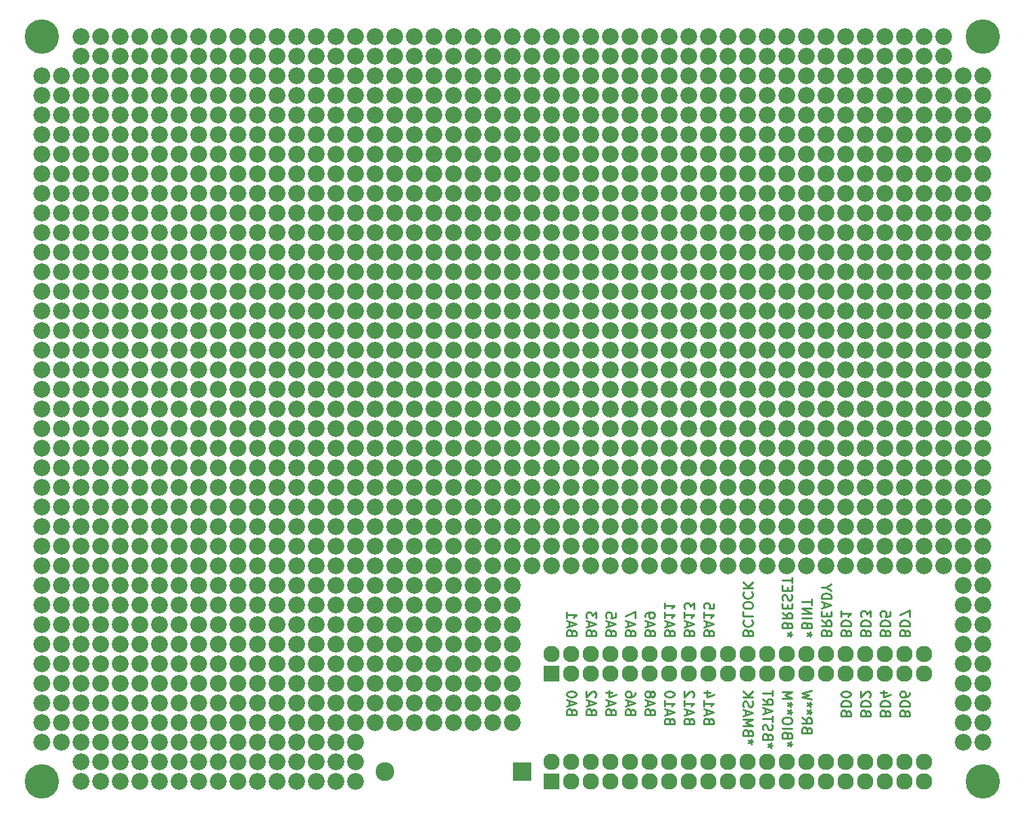
<source format=gbr>
G04 #@! TF.GenerationSoftware,KiCad,Pcbnew,5.1.2*
G04 #@! TF.CreationDate,2020-03-26T11:17:15-04:00*
G04 #@! TF.ProjectId,gw-glitchbus-proto2,67772d67-6c69-4746-9368-6275732d7072,rev?*
G04 #@! TF.SameCoordinates,Original*
G04 #@! TF.FileFunction,Soldermask,Bot*
G04 #@! TF.FilePolarity,Negative*
%FSLAX46Y46*%
G04 Gerber Fmt 4.6, Leading zero omitted, Abs format (unit mm)*
G04 Created by KiCad (PCBNEW 5.1.2) date 2020-03-26 11:17:15*
%MOMM*%
%LPD*%
G04 APERTURE LIST*
%ADD10C,0.254000*%
%ADD11C,4.464000*%
%ADD12C,2.178000*%
%ADD13R,2.127200X2.127200*%
%ADD14O,2.127200X2.127200*%
%ADD15R,2.432000X2.432000*%
%ADD16C,2.432000*%
G04 APERTURE END LIST*
D10*
X149950714Y-143342480D02*
X149890238Y-143161052D01*
X149829761Y-143100576D01*
X149708809Y-143040100D01*
X149527380Y-143040100D01*
X149406428Y-143100576D01*
X149345952Y-143161052D01*
X149285476Y-143282004D01*
X149285476Y-143765814D01*
X150555476Y-143765814D01*
X150555476Y-143342480D01*
X150495000Y-143221528D01*
X150434523Y-143161052D01*
X150313571Y-143100576D01*
X150192619Y-143100576D01*
X150071666Y-143161052D01*
X150011190Y-143221528D01*
X149950714Y-143342480D01*
X149950714Y-143765814D01*
X149648333Y-142556290D02*
X149648333Y-141951528D01*
X149285476Y-142677242D02*
X150555476Y-142253909D01*
X149285476Y-141830576D01*
X150555476Y-140862957D02*
X150555476Y-141104861D01*
X150495000Y-141225814D01*
X150434523Y-141286290D01*
X150253095Y-141407242D01*
X150011190Y-141467719D01*
X149527380Y-141467719D01*
X149406428Y-141407242D01*
X149345952Y-141346766D01*
X149285476Y-141225814D01*
X149285476Y-140983909D01*
X149345952Y-140862957D01*
X149406428Y-140802480D01*
X149527380Y-140742004D01*
X149829761Y-140742004D01*
X149950714Y-140802480D01*
X150011190Y-140862957D01*
X150071666Y-140983909D01*
X150071666Y-141225814D01*
X150011190Y-141346766D01*
X149950714Y-141407242D01*
X149829761Y-141467719D01*
X144870714Y-143342480D02*
X144810238Y-143161052D01*
X144749761Y-143100576D01*
X144628809Y-143040100D01*
X144447380Y-143040100D01*
X144326428Y-143100576D01*
X144265952Y-143161052D01*
X144205476Y-143282004D01*
X144205476Y-143765814D01*
X145475476Y-143765814D01*
X145475476Y-143342480D01*
X145415000Y-143221528D01*
X145354523Y-143161052D01*
X145233571Y-143100576D01*
X145112619Y-143100576D01*
X144991666Y-143161052D01*
X144931190Y-143221528D01*
X144870714Y-143342480D01*
X144870714Y-143765814D01*
X144568333Y-142556290D02*
X144568333Y-141951528D01*
X144205476Y-142677242D02*
X145475476Y-142253909D01*
X144205476Y-141830576D01*
X145354523Y-141467719D02*
X145415000Y-141407242D01*
X145475476Y-141286290D01*
X145475476Y-140983909D01*
X145415000Y-140862957D01*
X145354523Y-140802480D01*
X145233571Y-140742004D01*
X145112619Y-140742004D01*
X144931190Y-140802480D01*
X144205476Y-141528195D01*
X144205476Y-140742004D01*
X155030714Y-144552004D02*
X154970238Y-144370576D01*
X154909761Y-144310100D01*
X154788809Y-144249623D01*
X154607380Y-144249623D01*
X154486428Y-144310100D01*
X154425952Y-144370576D01*
X154365476Y-144491528D01*
X154365476Y-144975338D01*
X155635476Y-144975338D01*
X155635476Y-144552004D01*
X155575000Y-144431052D01*
X155514523Y-144370576D01*
X155393571Y-144310100D01*
X155272619Y-144310100D01*
X155151666Y-144370576D01*
X155091190Y-144431052D01*
X155030714Y-144552004D01*
X155030714Y-144975338D01*
X154728333Y-143765814D02*
X154728333Y-143161052D01*
X154365476Y-143886766D02*
X155635476Y-143463433D01*
X154365476Y-143040100D01*
X154365476Y-141951528D02*
X154365476Y-142677242D01*
X154365476Y-142314385D02*
X155635476Y-142314385D01*
X155454047Y-142435338D01*
X155333095Y-142556290D01*
X155272619Y-142677242D01*
X155635476Y-141165338D02*
X155635476Y-141044385D01*
X155575000Y-140923433D01*
X155514523Y-140862957D01*
X155393571Y-140802480D01*
X155151666Y-140742004D01*
X154849285Y-140742004D01*
X154607380Y-140802480D01*
X154486428Y-140862957D01*
X154425952Y-140923433D01*
X154365476Y-141044385D01*
X154365476Y-141165338D01*
X154425952Y-141286290D01*
X154486428Y-141346766D01*
X154607380Y-141407242D01*
X154849285Y-141467719D01*
X155151666Y-141467719D01*
X155393571Y-141407242D01*
X155514523Y-141346766D01*
X155575000Y-141286290D01*
X155635476Y-141165338D01*
X142330714Y-143342480D02*
X142270238Y-143161052D01*
X142209761Y-143100576D01*
X142088809Y-143040100D01*
X141907380Y-143040100D01*
X141786428Y-143100576D01*
X141725952Y-143161052D01*
X141665476Y-143282004D01*
X141665476Y-143765814D01*
X142935476Y-143765814D01*
X142935476Y-143342480D01*
X142875000Y-143221528D01*
X142814523Y-143161052D01*
X142693571Y-143100576D01*
X142572619Y-143100576D01*
X142451666Y-143161052D01*
X142391190Y-143221528D01*
X142330714Y-143342480D01*
X142330714Y-143765814D01*
X142028333Y-142556290D02*
X142028333Y-141951528D01*
X141665476Y-142677242D02*
X142935476Y-142253909D01*
X141665476Y-141830576D01*
X142935476Y-141165338D02*
X142935476Y-141044385D01*
X142875000Y-140923433D01*
X142814523Y-140862957D01*
X142693571Y-140802480D01*
X142451666Y-140742004D01*
X142149285Y-140742004D01*
X141907380Y-140802480D01*
X141786428Y-140862957D01*
X141725952Y-140923433D01*
X141665476Y-141044385D01*
X141665476Y-141165338D01*
X141725952Y-141286290D01*
X141786428Y-141346766D01*
X141907380Y-141407242D01*
X142149285Y-141467719D01*
X142451666Y-141467719D01*
X142693571Y-141407242D01*
X142814523Y-141346766D01*
X142875000Y-141286290D01*
X142935476Y-141165338D01*
X170875476Y-147575814D02*
X170573095Y-147575814D01*
X170694047Y-147878195D02*
X170573095Y-147575814D01*
X170694047Y-147273433D01*
X170331190Y-147757242D02*
X170573095Y-147575814D01*
X170331190Y-147394385D01*
X170270714Y-146366290D02*
X170210238Y-146184861D01*
X170149761Y-146124385D01*
X170028809Y-146063909D01*
X169847380Y-146063909D01*
X169726428Y-146124385D01*
X169665952Y-146184861D01*
X169605476Y-146305814D01*
X169605476Y-146789623D01*
X170875476Y-146789623D01*
X170875476Y-146366290D01*
X170815000Y-146245338D01*
X170754523Y-146184861D01*
X170633571Y-146124385D01*
X170512619Y-146124385D01*
X170391666Y-146184861D01*
X170331190Y-146245338D01*
X170270714Y-146366290D01*
X170270714Y-146789623D01*
X169605476Y-145519623D02*
X170875476Y-145519623D01*
X170875476Y-144672957D02*
X170875476Y-144431052D01*
X170815000Y-144310100D01*
X170694047Y-144189147D01*
X170452142Y-144128671D01*
X170028809Y-144128671D01*
X169786904Y-144189147D01*
X169665952Y-144310100D01*
X169605476Y-144431052D01*
X169605476Y-144672957D01*
X169665952Y-144793909D01*
X169786904Y-144914861D01*
X170028809Y-144975338D01*
X170452142Y-144975338D01*
X170694047Y-144914861D01*
X170815000Y-144793909D01*
X170875476Y-144672957D01*
X170875476Y-143402957D02*
X170573095Y-143402957D01*
X170694047Y-143705338D02*
X170573095Y-143402957D01*
X170694047Y-143100576D01*
X170331190Y-143584385D02*
X170573095Y-143402957D01*
X170331190Y-143221528D01*
X170875476Y-142435338D02*
X170573095Y-142435338D01*
X170694047Y-142737719D02*
X170573095Y-142435338D01*
X170694047Y-142132957D01*
X170331190Y-142616766D02*
X170573095Y-142435338D01*
X170331190Y-142253909D01*
X169605476Y-141649147D02*
X170875476Y-141649147D01*
X169968333Y-141225814D01*
X170875476Y-140802480D01*
X169605476Y-140802480D01*
X182970714Y-143523909D02*
X182910238Y-143342480D01*
X182849761Y-143282004D01*
X182728809Y-143221528D01*
X182547380Y-143221528D01*
X182426428Y-143282004D01*
X182365952Y-143342480D01*
X182305476Y-143463433D01*
X182305476Y-143947242D01*
X183575476Y-143947242D01*
X183575476Y-143523909D01*
X183515000Y-143402957D01*
X183454523Y-143342480D01*
X183333571Y-143282004D01*
X183212619Y-143282004D01*
X183091666Y-143342480D01*
X183031190Y-143402957D01*
X182970714Y-143523909D01*
X182970714Y-143947242D01*
X182305476Y-142677242D02*
X183575476Y-142677242D01*
X183575476Y-142374861D01*
X183515000Y-142193433D01*
X183394047Y-142072480D01*
X183273095Y-142012004D01*
X183031190Y-141951528D01*
X182849761Y-141951528D01*
X182607857Y-142012004D01*
X182486904Y-142072480D01*
X182365952Y-142193433D01*
X182305476Y-142374861D01*
X182305476Y-142677242D01*
X183152142Y-140862957D02*
X182305476Y-140862957D01*
X183635952Y-141165338D02*
X182728809Y-141467719D01*
X182728809Y-140681528D01*
X172810714Y-145701052D02*
X172750238Y-145519623D01*
X172689761Y-145459147D01*
X172568809Y-145398671D01*
X172387380Y-145398671D01*
X172266428Y-145459147D01*
X172205952Y-145519623D01*
X172145476Y-145640576D01*
X172145476Y-146124385D01*
X173415476Y-146124385D01*
X173415476Y-145701052D01*
X173355000Y-145580100D01*
X173294523Y-145519623D01*
X173173571Y-145459147D01*
X173052619Y-145459147D01*
X172931666Y-145519623D01*
X172871190Y-145580100D01*
X172810714Y-145701052D01*
X172810714Y-146124385D01*
X172145476Y-144128671D02*
X172750238Y-144552004D01*
X172145476Y-144854385D02*
X173415476Y-144854385D01*
X173415476Y-144370576D01*
X173355000Y-144249623D01*
X173294523Y-144189147D01*
X173173571Y-144128671D01*
X172992142Y-144128671D01*
X172871190Y-144189147D01*
X172810714Y-144249623D01*
X172750238Y-144370576D01*
X172750238Y-144854385D01*
X173415476Y-143402957D02*
X173113095Y-143402957D01*
X173234047Y-143705338D02*
X173113095Y-143402957D01*
X173234047Y-143100576D01*
X172871190Y-143584385D02*
X173113095Y-143402957D01*
X172871190Y-143221528D01*
X173415476Y-142435338D02*
X173113095Y-142435338D01*
X173234047Y-142737719D02*
X173113095Y-142435338D01*
X173234047Y-142132957D01*
X172871190Y-142616766D02*
X173113095Y-142435338D01*
X172871190Y-142253909D01*
X173415476Y-141770100D02*
X172145476Y-141467719D01*
X173052619Y-141225814D01*
X172145476Y-140983909D01*
X173415476Y-140681528D01*
X147410714Y-143342480D02*
X147350238Y-143161052D01*
X147289761Y-143100576D01*
X147168809Y-143040100D01*
X146987380Y-143040100D01*
X146866428Y-143100576D01*
X146805952Y-143161052D01*
X146745476Y-143282004D01*
X146745476Y-143765814D01*
X148015476Y-143765814D01*
X148015476Y-143342480D01*
X147955000Y-143221528D01*
X147894523Y-143161052D01*
X147773571Y-143100576D01*
X147652619Y-143100576D01*
X147531666Y-143161052D01*
X147471190Y-143221528D01*
X147410714Y-143342480D01*
X147410714Y-143765814D01*
X147108333Y-142556290D02*
X147108333Y-141951528D01*
X146745476Y-142677242D02*
X148015476Y-142253909D01*
X146745476Y-141830576D01*
X147592142Y-140862957D02*
X146745476Y-140862957D01*
X148075952Y-141165338D02*
X147168809Y-141467719D01*
X147168809Y-140681528D01*
X180430714Y-143523909D02*
X180370238Y-143342480D01*
X180309761Y-143282004D01*
X180188809Y-143221528D01*
X180007380Y-143221528D01*
X179886428Y-143282004D01*
X179825952Y-143342480D01*
X179765476Y-143463433D01*
X179765476Y-143947242D01*
X181035476Y-143947242D01*
X181035476Y-143523909D01*
X180975000Y-143402957D01*
X180914523Y-143342480D01*
X180793571Y-143282004D01*
X180672619Y-143282004D01*
X180551666Y-143342480D01*
X180491190Y-143402957D01*
X180430714Y-143523909D01*
X180430714Y-143947242D01*
X179765476Y-142677242D02*
X181035476Y-142677242D01*
X181035476Y-142374861D01*
X180975000Y-142193433D01*
X180854047Y-142072480D01*
X180733095Y-142012004D01*
X180491190Y-141951528D01*
X180309761Y-141951528D01*
X180067857Y-142012004D01*
X179946904Y-142072480D01*
X179825952Y-142193433D01*
X179765476Y-142374861D01*
X179765476Y-142677242D01*
X180914523Y-141467719D02*
X180975000Y-141407242D01*
X181035476Y-141286290D01*
X181035476Y-140983909D01*
X180975000Y-140862957D01*
X180914523Y-140802480D01*
X180793571Y-140742004D01*
X180672619Y-140742004D01*
X180491190Y-140802480D01*
X179765476Y-141528195D01*
X179765476Y-140742004D01*
X160110714Y-144552004D02*
X160050238Y-144370576D01*
X159989761Y-144310100D01*
X159868809Y-144249623D01*
X159687380Y-144249623D01*
X159566428Y-144310100D01*
X159505952Y-144370576D01*
X159445476Y-144491528D01*
X159445476Y-144975338D01*
X160715476Y-144975338D01*
X160715476Y-144552004D01*
X160655000Y-144431052D01*
X160594523Y-144370576D01*
X160473571Y-144310100D01*
X160352619Y-144310100D01*
X160231666Y-144370576D01*
X160171190Y-144431052D01*
X160110714Y-144552004D01*
X160110714Y-144975338D01*
X159808333Y-143765814D02*
X159808333Y-143161052D01*
X159445476Y-143886766D02*
X160715476Y-143463433D01*
X159445476Y-143040100D01*
X159445476Y-141951528D02*
X159445476Y-142677242D01*
X159445476Y-142314385D02*
X160715476Y-142314385D01*
X160534047Y-142435338D01*
X160413095Y-142556290D01*
X160352619Y-142677242D01*
X160292142Y-140862957D02*
X159445476Y-140862957D01*
X160775952Y-141165338D02*
X159868809Y-141467719D01*
X159868809Y-140681528D01*
X165795476Y-147273433D02*
X165493095Y-147273433D01*
X165614047Y-147575814D02*
X165493095Y-147273433D01*
X165614047Y-146971052D01*
X165251190Y-147454861D02*
X165493095Y-147273433D01*
X165251190Y-147092004D01*
X165190714Y-146063909D02*
X165130238Y-145882480D01*
X165069761Y-145822004D01*
X164948809Y-145761528D01*
X164767380Y-145761528D01*
X164646428Y-145822004D01*
X164585952Y-145882480D01*
X164525476Y-146003433D01*
X164525476Y-146487242D01*
X165795476Y-146487242D01*
X165795476Y-146063909D01*
X165735000Y-145942957D01*
X165674523Y-145882480D01*
X165553571Y-145822004D01*
X165432619Y-145822004D01*
X165311666Y-145882480D01*
X165251190Y-145942957D01*
X165190714Y-146063909D01*
X165190714Y-146487242D01*
X164525476Y-145217242D02*
X165795476Y-145217242D01*
X164888333Y-144793909D01*
X165795476Y-144370576D01*
X164525476Y-144370576D01*
X164888333Y-143826290D02*
X164888333Y-143221528D01*
X164525476Y-143947242D02*
X165795476Y-143523909D01*
X164525476Y-143100576D01*
X164585952Y-142737719D02*
X164525476Y-142556290D01*
X164525476Y-142253909D01*
X164585952Y-142132957D01*
X164646428Y-142072480D01*
X164767380Y-142012004D01*
X164888333Y-142012004D01*
X165009285Y-142072480D01*
X165069761Y-142132957D01*
X165130238Y-142253909D01*
X165190714Y-142495814D01*
X165251190Y-142616766D01*
X165311666Y-142677242D01*
X165432619Y-142737719D01*
X165553571Y-142737719D01*
X165674523Y-142677242D01*
X165735000Y-142616766D01*
X165795476Y-142495814D01*
X165795476Y-142193433D01*
X165735000Y-142012004D01*
X164525476Y-141467719D02*
X165795476Y-141467719D01*
X164525476Y-140742004D02*
X165251190Y-141286290D01*
X165795476Y-140742004D02*
X165069761Y-141467719D01*
X177890714Y-143523909D02*
X177830238Y-143342480D01*
X177769761Y-143282004D01*
X177648809Y-143221528D01*
X177467380Y-143221528D01*
X177346428Y-143282004D01*
X177285952Y-143342480D01*
X177225476Y-143463433D01*
X177225476Y-143947242D01*
X178495476Y-143947242D01*
X178495476Y-143523909D01*
X178435000Y-143402957D01*
X178374523Y-143342480D01*
X178253571Y-143282004D01*
X178132619Y-143282004D01*
X178011666Y-143342480D01*
X177951190Y-143402957D01*
X177890714Y-143523909D01*
X177890714Y-143947242D01*
X177225476Y-142677242D02*
X178495476Y-142677242D01*
X178495476Y-142374861D01*
X178435000Y-142193433D01*
X178314047Y-142072480D01*
X178193095Y-142012004D01*
X177951190Y-141951528D01*
X177769761Y-141951528D01*
X177527857Y-142012004D01*
X177406904Y-142072480D01*
X177285952Y-142193433D01*
X177225476Y-142374861D01*
X177225476Y-142677242D01*
X178495476Y-141165338D02*
X178495476Y-141044385D01*
X178435000Y-140923433D01*
X178374523Y-140862957D01*
X178253571Y-140802480D01*
X178011666Y-140742004D01*
X177709285Y-140742004D01*
X177467380Y-140802480D01*
X177346428Y-140862957D01*
X177285952Y-140923433D01*
X177225476Y-141044385D01*
X177225476Y-141165338D01*
X177285952Y-141286290D01*
X177346428Y-141346766D01*
X177467380Y-141407242D01*
X177709285Y-141467719D01*
X178011666Y-141467719D01*
X178253571Y-141407242D01*
X178374523Y-141346766D01*
X178435000Y-141286290D01*
X178495476Y-141165338D01*
X152490714Y-143342480D02*
X152430238Y-143161052D01*
X152369761Y-143100576D01*
X152248809Y-143040100D01*
X152067380Y-143040100D01*
X151946428Y-143100576D01*
X151885952Y-143161052D01*
X151825476Y-143282004D01*
X151825476Y-143765814D01*
X153095476Y-143765814D01*
X153095476Y-143342480D01*
X153035000Y-143221528D01*
X152974523Y-143161052D01*
X152853571Y-143100576D01*
X152732619Y-143100576D01*
X152611666Y-143161052D01*
X152551190Y-143221528D01*
X152490714Y-143342480D01*
X152490714Y-143765814D01*
X152188333Y-142556290D02*
X152188333Y-141951528D01*
X151825476Y-142677242D02*
X153095476Y-142253909D01*
X151825476Y-141830576D01*
X152551190Y-141225814D02*
X152611666Y-141346766D01*
X152672142Y-141407242D01*
X152793095Y-141467719D01*
X152853571Y-141467719D01*
X152974523Y-141407242D01*
X153035000Y-141346766D01*
X153095476Y-141225814D01*
X153095476Y-140983909D01*
X153035000Y-140862957D01*
X152974523Y-140802480D01*
X152853571Y-140742004D01*
X152793095Y-140742004D01*
X152672142Y-140802480D01*
X152611666Y-140862957D01*
X152551190Y-140983909D01*
X152551190Y-141225814D01*
X152490714Y-141346766D01*
X152430238Y-141407242D01*
X152309285Y-141467719D01*
X152067380Y-141467719D01*
X151946428Y-141407242D01*
X151885952Y-141346766D01*
X151825476Y-141225814D01*
X151825476Y-140983909D01*
X151885952Y-140862957D01*
X151946428Y-140802480D01*
X152067380Y-140742004D01*
X152309285Y-140742004D01*
X152430238Y-140802480D01*
X152490714Y-140862957D01*
X152551190Y-140983909D01*
X157570714Y-144552004D02*
X157510238Y-144370576D01*
X157449761Y-144310100D01*
X157328809Y-144249623D01*
X157147380Y-144249623D01*
X157026428Y-144310100D01*
X156965952Y-144370576D01*
X156905476Y-144491528D01*
X156905476Y-144975338D01*
X158175476Y-144975338D01*
X158175476Y-144552004D01*
X158115000Y-144431052D01*
X158054523Y-144370576D01*
X157933571Y-144310100D01*
X157812619Y-144310100D01*
X157691666Y-144370576D01*
X157631190Y-144431052D01*
X157570714Y-144552004D01*
X157570714Y-144975338D01*
X157268333Y-143765814D02*
X157268333Y-143161052D01*
X156905476Y-143886766D02*
X158175476Y-143463433D01*
X156905476Y-143040100D01*
X156905476Y-141951528D02*
X156905476Y-142677242D01*
X156905476Y-142314385D02*
X158175476Y-142314385D01*
X157994047Y-142435338D01*
X157873095Y-142556290D01*
X157812619Y-142677242D01*
X158054523Y-141467719D02*
X158115000Y-141407242D01*
X158175476Y-141286290D01*
X158175476Y-140983909D01*
X158115000Y-140862957D01*
X158054523Y-140802480D01*
X157933571Y-140742004D01*
X157812619Y-140742004D01*
X157631190Y-140802480D01*
X156905476Y-141528195D01*
X156905476Y-140742004D01*
X168335476Y-147757242D02*
X168033095Y-147757242D01*
X168154047Y-148059623D02*
X168033095Y-147757242D01*
X168154047Y-147454861D01*
X167791190Y-147938671D02*
X168033095Y-147757242D01*
X167791190Y-147575814D01*
X167730714Y-146547719D02*
X167670238Y-146366290D01*
X167609761Y-146305814D01*
X167488809Y-146245338D01*
X167307380Y-146245338D01*
X167186428Y-146305814D01*
X167125952Y-146366290D01*
X167065476Y-146487242D01*
X167065476Y-146971052D01*
X168335476Y-146971052D01*
X168335476Y-146547719D01*
X168275000Y-146426766D01*
X168214523Y-146366290D01*
X168093571Y-146305814D01*
X167972619Y-146305814D01*
X167851666Y-146366290D01*
X167791190Y-146426766D01*
X167730714Y-146547719D01*
X167730714Y-146971052D01*
X167125952Y-145761528D02*
X167065476Y-145580100D01*
X167065476Y-145277719D01*
X167125952Y-145156766D01*
X167186428Y-145096290D01*
X167307380Y-145035814D01*
X167428333Y-145035814D01*
X167549285Y-145096290D01*
X167609761Y-145156766D01*
X167670238Y-145277719D01*
X167730714Y-145519623D01*
X167791190Y-145640576D01*
X167851666Y-145701052D01*
X167972619Y-145761528D01*
X168093571Y-145761528D01*
X168214523Y-145701052D01*
X168275000Y-145640576D01*
X168335476Y-145519623D01*
X168335476Y-145217242D01*
X168275000Y-145035814D01*
X168335476Y-144672957D02*
X168335476Y-143947242D01*
X167065476Y-144310100D02*
X168335476Y-144310100D01*
X167428333Y-143584385D02*
X167428333Y-142979623D01*
X167065476Y-143705338D02*
X168335476Y-143282004D01*
X167065476Y-142858671D01*
X167065476Y-141709623D02*
X167670238Y-142132957D01*
X167065476Y-142435338D02*
X168335476Y-142435338D01*
X168335476Y-141951528D01*
X168275000Y-141830576D01*
X168214523Y-141770100D01*
X168093571Y-141709623D01*
X167912142Y-141709623D01*
X167791190Y-141770100D01*
X167730714Y-141830576D01*
X167670238Y-141951528D01*
X167670238Y-142435338D01*
X168335476Y-141346766D02*
X168335476Y-140621052D01*
X167065476Y-140983909D02*
X168335476Y-140983909D01*
X185510714Y-143523909D02*
X185450238Y-143342480D01*
X185389761Y-143282004D01*
X185268809Y-143221528D01*
X185087380Y-143221528D01*
X184966428Y-143282004D01*
X184905952Y-143342480D01*
X184845476Y-143463433D01*
X184845476Y-143947242D01*
X186115476Y-143947242D01*
X186115476Y-143523909D01*
X186055000Y-143402957D01*
X185994523Y-143342480D01*
X185873571Y-143282004D01*
X185752619Y-143282004D01*
X185631666Y-143342480D01*
X185571190Y-143402957D01*
X185510714Y-143523909D01*
X185510714Y-143947242D01*
X184845476Y-142677242D02*
X186115476Y-142677242D01*
X186115476Y-142374861D01*
X186055000Y-142193433D01*
X185934047Y-142072480D01*
X185813095Y-142012004D01*
X185571190Y-141951528D01*
X185389761Y-141951528D01*
X185147857Y-142012004D01*
X185026904Y-142072480D01*
X184905952Y-142193433D01*
X184845476Y-142374861D01*
X184845476Y-142677242D01*
X186115476Y-140862957D02*
X186115476Y-141104861D01*
X186055000Y-141225814D01*
X185994523Y-141286290D01*
X185813095Y-141407242D01*
X185571190Y-141467719D01*
X185087380Y-141467719D01*
X184966428Y-141407242D01*
X184905952Y-141346766D01*
X184845476Y-141225814D01*
X184845476Y-140983909D01*
X184905952Y-140862957D01*
X184966428Y-140802480D01*
X185087380Y-140742004D01*
X185389761Y-140742004D01*
X185510714Y-140802480D01*
X185571190Y-140862957D01*
X185631666Y-140983909D01*
X185631666Y-141225814D01*
X185571190Y-141346766D01*
X185510714Y-141407242D01*
X185389761Y-141467719D01*
X180430714Y-133094185D02*
X180370238Y-132912757D01*
X180309761Y-132852280D01*
X180188809Y-132791804D01*
X180007380Y-132791804D01*
X179886428Y-132852280D01*
X179825952Y-132912757D01*
X179765476Y-133033709D01*
X179765476Y-133517519D01*
X181035476Y-133517519D01*
X181035476Y-133094185D01*
X180975000Y-132973233D01*
X180914523Y-132912757D01*
X180793571Y-132852280D01*
X180672619Y-132852280D01*
X180551666Y-132912757D01*
X180491190Y-132973233D01*
X180430714Y-133094185D01*
X180430714Y-133517519D01*
X179765476Y-132247519D02*
X181035476Y-132247519D01*
X181035476Y-131945138D01*
X180975000Y-131763709D01*
X180854047Y-131642757D01*
X180733095Y-131582280D01*
X180491190Y-131521804D01*
X180309761Y-131521804D01*
X180067857Y-131582280D01*
X179946904Y-131642757D01*
X179825952Y-131763709D01*
X179765476Y-131945138D01*
X179765476Y-132247519D01*
X181035476Y-131098471D02*
X181035476Y-130312280D01*
X180551666Y-130735614D01*
X180551666Y-130554185D01*
X180491190Y-130433233D01*
X180430714Y-130372757D01*
X180309761Y-130312280D01*
X180007380Y-130312280D01*
X179886428Y-130372757D01*
X179825952Y-130433233D01*
X179765476Y-130554185D01*
X179765476Y-130917042D01*
X179825952Y-131037995D01*
X179886428Y-131098471D01*
X149950714Y-133094185D02*
X149890238Y-132912757D01*
X149829761Y-132852280D01*
X149708809Y-132791804D01*
X149527380Y-132791804D01*
X149406428Y-132852280D01*
X149345952Y-132912757D01*
X149285476Y-133033709D01*
X149285476Y-133517519D01*
X150555476Y-133517519D01*
X150555476Y-133094185D01*
X150495000Y-132973233D01*
X150434523Y-132912757D01*
X150313571Y-132852280D01*
X150192619Y-132852280D01*
X150071666Y-132912757D01*
X150011190Y-132973233D01*
X149950714Y-133094185D01*
X149950714Y-133517519D01*
X149648333Y-132307995D02*
X149648333Y-131703233D01*
X149285476Y-132428947D02*
X150555476Y-132005614D01*
X149285476Y-131582280D01*
X150555476Y-131279900D02*
X150555476Y-130433233D01*
X149285476Y-130977519D01*
X157570714Y-133094185D02*
X157510238Y-132912757D01*
X157449761Y-132852280D01*
X157328809Y-132791804D01*
X157147380Y-132791804D01*
X157026428Y-132852280D01*
X156965952Y-132912757D01*
X156905476Y-133033709D01*
X156905476Y-133517519D01*
X158175476Y-133517519D01*
X158175476Y-133094185D01*
X158115000Y-132973233D01*
X158054523Y-132912757D01*
X157933571Y-132852280D01*
X157812619Y-132852280D01*
X157691666Y-132912757D01*
X157631190Y-132973233D01*
X157570714Y-133094185D01*
X157570714Y-133517519D01*
X157268333Y-132307995D02*
X157268333Y-131703233D01*
X156905476Y-132428947D02*
X158175476Y-132005614D01*
X156905476Y-131582280D01*
X156905476Y-130493709D02*
X156905476Y-131219423D01*
X156905476Y-130856566D02*
X158175476Y-130856566D01*
X157994047Y-130977519D01*
X157873095Y-131098471D01*
X157812619Y-131219423D01*
X158175476Y-130070376D02*
X158175476Y-129284185D01*
X157691666Y-129707519D01*
X157691666Y-129526090D01*
X157631190Y-129405138D01*
X157570714Y-129344661D01*
X157449761Y-129284185D01*
X157147380Y-129284185D01*
X157026428Y-129344661D01*
X156965952Y-129405138D01*
X156905476Y-129526090D01*
X156905476Y-129888947D01*
X156965952Y-130009900D01*
X157026428Y-130070376D01*
X155030714Y-133094185D02*
X154970238Y-132912757D01*
X154909761Y-132852280D01*
X154788809Y-132791804D01*
X154607380Y-132791804D01*
X154486428Y-132852280D01*
X154425952Y-132912757D01*
X154365476Y-133033709D01*
X154365476Y-133517519D01*
X155635476Y-133517519D01*
X155635476Y-133094185D01*
X155575000Y-132973233D01*
X155514523Y-132912757D01*
X155393571Y-132852280D01*
X155272619Y-132852280D01*
X155151666Y-132912757D01*
X155091190Y-132973233D01*
X155030714Y-133094185D01*
X155030714Y-133517519D01*
X154728333Y-132307995D02*
X154728333Y-131703233D01*
X154365476Y-132428947D02*
X155635476Y-132005614D01*
X154365476Y-131582280D01*
X154365476Y-130493709D02*
X154365476Y-131219423D01*
X154365476Y-130856566D02*
X155635476Y-130856566D01*
X155454047Y-130977519D01*
X155333095Y-131098471D01*
X155272619Y-131219423D01*
X154365476Y-129284185D02*
X154365476Y-130009900D01*
X154365476Y-129647042D02*
X155635476Y-129647042D01*
X155454047Y-129767995D01*
X155333095Y-129888947D01*
X155272619Y-130009900D01*
X185510714Y-133094185D02*
X185450238Y-132912757D01*
X185389761Y-132852280D01*
X185268809Y-132791804D01*
X185087380Y-132791804D01*
X184966428Y-132852280D01*
X184905952Y-132912757D01*
X184845476Y-133033709D01*
X184845476Y-133517519D01*
X186115476Y-133517519D01*
X186115476Y-133094185D01*
X186055000Y-132973233D01*
X185994523Y-132912757D01*
X185873571Y-132852280D01*
X185752619Y-132852280D01*
X185631666Y-132912757D01*
X185571190Y-132973233D01*
X185510714Y-133094185D01*
X185510714Y-133517519D01*
X184845476Y-132247519D02*
X186115476Y-132247519D01*
X186115476Y-131945138D01*
X186055000Y-131763709D01*
X185934047Y-131642757D01*
X185813095Y-131582280D01*
X185571190Y-131521804D01*
X185389761Y-131521804D01*
X185147857Y-131582280D01*
X185026904Y-131642757D01*
X184905952Y-131763709D01*
X184845476Y-131945138D01*
X184845476Y-132247519D01*
X186115476Y-131098471D02*
X186115476Y-130251804D01*
X184845476Y-130796090D01*
X177890714Y-133094185D02*
X177830238Y-132912757D01*
X177769761Y-132852280D01*
X177648809Y-132791804D01*
X177467380Y-132791804D01*
X177346428Y-132852280D01*
X177285952Y-132912757D01*
X177225476Y-133033709D01*
X177225476Y-133517519D01*
X178495476Y-133517519D01*
X178495476Y-133094185D01*
X178435000Y-132973233D01*
X178374523Y-132912757D01*
X178253571Y-132852280D01*
X178132619Y-132852280D01*
X178011666Y-132912757D01*
X177951190Y-132973233D01*
X177890714Y-133094185D01*
X177890714Y-133517519D01*
X177225476Y-132247519D02*
X178495476Y-132247519D01*
X178495476Y-131945138D01*
X178435000Y-131763709D01*
X178314047Y-131642757D01*
X178193095Y-131582280D01*
X177951190Y-131521804D01*
X177769761Y-131521804D01*
X177527857Y-131582280D01*
X177406904Y-131642757D01*
X177285952Y-131763709D01*
X177225476Y-131945138D01*
X177225476Y-132247519D01*
X177225476Y-130312280D02*
X177225476Y-131037995D01*
X177225476Y-130675138D02*
X178495476Y-130675138D01*
X178314047Y-130796090D01*
X178193095Y-130917042D01*
X178132619Y-131037995D01*
X152490714Y-133094185D02*
X152430238Y-132912757D01*
X152369761Y-132852280D01*
X152248809Y-132791804D01*
X152067380Y-132791804D01*
X151946428Y-132852280D01*
X151885952Y-132912757D01*
X151825476Y-133033709D01*
X151825476Y-133517519D01*
X153095476Y-133517519D01*
X153095476Y-133094185D01*
X153035000Y-132973233D01*
X152974523Y-132912757D01*
X152853571Y-132852280D01*
X152732619Y-132852280D01*
X152611666Y-132912757D01*
X152551190Y-132973233D01*
X152490714Y-133094185D01*
X152490714Y-133517519D01*
X152188333Y-132307995D02*
X152188333Y-131703233D01*
X151825476Y-132428947D02*
X153095476Y-132005614D01*
X151825476Y-131582280D01*
X151825476Y-131098471D02*
X151825476Y-130856566D01*
X151885952Y-130735614D01*
X151946428Y-130675138D01*
X152127857Y-130554185D01*
X152369761Y-130493709D01*
X152853571Y-130493709D01*
X152974523Y-130554185D01*
X153035000Y-130614661D01*
X153095476Y-130735614D01*
X153095476Y-130977519D01*
X153035000Y-131098471D01*
X152974523Y-131158947D01*
X152853571Y-131219423D01*
X152551190Y-131219423D01*
X152430238Y-131158947D01*
X152369761Y-131098471D01*
X152309285Y-130977519D01*
X152309285Y-130735614D01*
X152369761Y-130614661D01*
X152430238Y-130554185D01*
X152551190Y-130493709D01*
X142330714Y-133094185D02*
X142270238Y-132912757D01*
X142209761Y-132852280D01*
X142088809Y-132791804D01*
X141907380Y-132791804D01*
X141786428Y-132852280D01*
X141725952Y-132912757D01*
X141665476Y-133033709D01*
X141665476Y-133517519D01*
X142935476Y-133517519D01*
X142935476Y-133094185D01*
X142875000Y-132973233D01*
X142814523Y-132912757D01*
X142693571Y-132852280D01*
X142572619Y-132852280D01*
X142451666Y-132912757D01*
X142391190Y-132973233D01*
X142330714Y-133094185D01*
X142330714Y-133517519D01*
X142028333Y-132307995D02*
X142028333Y-131703233D01*
X141665476Y-132428947D02*
X142935476Y-132005614D01*
X141665476Y-131582280D01*
X141665476Y-130493709D02*
X141665476Y-131219423D01*
X141665476Y-130856566D02*
X142935476Y-130856566D01*
X142754047Y-130977519D01*
X142633095Y-131098471D01*
X142572619Y-131219423D01*
X175350714Y-133094185D02*
X175290238Y-132912757D01*
X175229761Y-132852280D01*
X175108809Y-132791804D01*
X174927380Y-132791804D01*
X174806428Y-132852280D01*
X174745952Y-132912757D01*
X174685476Y-133033709D01*
X174685476Y-133517519D01*
X175955476Y-133517519D01*
X175955476Y-133094185D01*
X175895000Y-132973233D01*
X175834523Y-132912757D01*
X175713571Y-132852280D01*
X175592619Y-132852280D01*
X175471666Y-132912757D01*
X175411190Y-132973233D01*
X175350714Y-133094185D01*
X175350714Y-133517519D01*
X174685476Y-131521804D02*
X175290238Y-131945138D01*
X174685476Y-132247519D02*
X175955476Y-132247519D01*
X175955476Y-131763709D01*
X175895000Y-131642757D01*
X175834523Y-131582280D01*
X175713571Y-131521804D01*
X175532142Y-131521804D01*
X175411190Y-131582280D01*
X175350714Y-131642757D01*
X175290238Y-131763709D01*
X175290238Y-132247519D01*
X175350714Y-130977519D02*
X175350714Y-130554185D01*
X174685476Y-130372757D02*
X174685476Y-130977519D01*
X175955476Y-130977519D01*
X175955476Y-130372757D01*
X175048333Y-129888947D02*
X175048333Y-129284185D01*
X174685476Y-130009900D02*
X175955476Y-129586566D01*
X174685476Y-129163233D01*
X174685476Y-128739900D02*
X175955476Y-128739900D01*
X175955476Y-128437519D01*
X175895000Y-128256090D01*
X175774047Y-128135138D01*
X175653095Y-128074661D01*
X175411190Y-128014185D01*
X175229761Y-128014185D01*
X174987857Y-128074661D01*
X174866904Y-128135138D01*
X174745952Y-128256090D01*
X174685476Y-128437519D01*
X174685476Y-128739900D01*
X175290238Y-127227995D02*
X174685476Y-127227995D01*
X175955476Y-127651328D02*
X175290238Y-127227995D01*
X175955476Y-126804661D01*
X173415476Y-133336090D02*
X173113095Y-133336090D01*
X173234047Y-133638471D02*
X173113095Y-133336090D01*
X173234047Y-133033709D01*
X172871190Y-133517519D02*
X173113095Y-133336090D01*
X172871190Y-133154661D01*
X172810714Y-132126566D02*
X172750238Y-131945138D01*
X172689761Y-131884661D01*
X172568809Y-131824185D01*
X172387380Y-131824185D01*
X172266428Y-131884661D01*
X172205952Y-131945138D01*
X172145476Y-132066090D01*
X172145476Y-132549900D01*
X173415476Y-132549900D01*
X173415476Y-132126566D01*
X173355000Y-132005614D01*
X173294523Y-131945138D01*
X173173571Y-131884661D01*
X173052619Y-131884661D01*
X172931666Y-131945138D01*
X172871190Y-132005614D01*
X172810714Y-132126566D01*
X172810714Y-132549900D01*
X172145476Y-131279900D02*
X173415476Y-131279900D01*
X172145476Y-130675138D02*
X173415476Y-130675138D01*
X172145476Y-129949423D01*
X173415476Y-129949423D01*
X173415476Y-129526090D02*
X173415476Y-128800376D01*
X172145476Y-129163233D02*
X173415476Y-129163233D01*
X170875476Y-133336090D02*
X170573095Y-133336090D01*
X170694047Y-133638471D02*
X170573095Y-133336090D01*
X170694047Y-133033709D01*
X170331190Y-133517519D02*
X170573095Y-133336090D01*
X170331190Y-133154661D01*
X170270714Y-132126566D02*
X170210238Y-131945138D01*
X170149761Y-131884661D01*
X170028809Y-131824185D01*
X169847380Y-131824185D01*
X169726428Y-131884661D01*
X169665952Y-131945138D01*
X169605476Y-132066090D01*
X169605476Y-132549900D01*
X170875476Y-132549900D01*
X170875476Y-132126566D01*
X170815000Y-132005614D01*
X170754523Y-131945138D01*
X170633571Y-131884661D01*
X170512619Y-131884661D01*
X170391666Y-131945138D01*
X170331190Y-132005614D01*
X170270714Y-132126566D01*
X170270714Y-132549900D01*
X169605476Y-130554185D02*
X170210238Y-130977519D01*
X169605476Y-131279900D02*
X170875476Y-131279900D01*
X170875476Y-130796090D01*
X170815000Y-130675138D01*
X170754523Y-130614661D01*
X170633571Y-130554185D01*
X170452142Y-130554185D01*
X170331190Y-130614661D01*
X170270714Y-130675138D01*
X170210238Y-130796090D01*
X170210238Y-131279900D01*
X170270714Y-130009900D02*
X170270714Y-129586566D01*
X169605476Y-129405138D02*
X169605476Y-130009900D01*
X170875476Y-130009900D01*
X170875476Y-129405138D01*
X169665952Y-128921328D02*
X169605476Y-128739900D01*
X169605476Y-128437519D01*
X169665952Y-128316566D01*
X169726428Y-128256090D01*
X169847380Y-128195614D01*
X169968333Y-128195614D01*
X170089285Y-128256090D01*
X170149761Y-128316566D01*
X170210238Y-128437519D01*
X170270714Y-128679423D01*
X170331190Y-128800376D01*
X170391666Y-128860852D01*
X170512619Y-128921328D01*
X170633571Y-128921328D01*
X170754523Y-128860852D01*
X170815000Y-128800376D01*
X170875476Y-128679423D01*
X170875476Y-128377042D01*
X170815000Y-128195614D01*
X170270714Y-127651328D02*
X170270714Y-127227995D01*
X169605476Y-127046566D02*
X169605476Y-127651328D01*
X170875476Y-127651328D01*
X170875476Y-127046566D01*
X170875476Y-126683709D02*
X170875476Y-125957995D01*
X169605476Y-126320852D02*
X170875476Y-126320852D01*
X147410714Y-133094185D02*
X147350238Y-132912757D01*
X147289761Y-132852280D01*
X147168809Y-132791804D01*
X146987380Y-132791804D01*
X146866428Y-132852280D01*
X146805952Y-132912757D01*
X146745476Y-133033709D01*
X146745476Y-133517519D01*
X148015476Y-133517519D01*
X148015476Y-133094185D01*
X147955000Y-132973233D01*
X147894523Y-132912757D01*
X147773571Y-132852280D01*
X147652619Y-132852280D01*
X147531666Y-132912757D01*
X147471190Y-132973233D01*
X147410714Y-133094185D01*
X147410714Y-133517519D01*
X147108333Y-132307995D02*
X147108333Y-131703233D01*
X146745476Y-132428947D02*
X148015476Y-132005614D01*
X146745476Y-131582280D01*
X148015476Y-130554185D02*
X148015476Y-131158947D01*
X147410714Y-131219423D01*
X147471190Y-131158947D01*
X147531666Y-131037995D01*
X147531666Y-130735614D01*
X147471190Y-130614661D01*
X147410714Y-130554185D01*
X147289761Y-130493709D01*
X146987380Y-130493709D01*
X146866428Y-130554185D01*
X146805952Y-130614661D01*
X146745476Y-130735614D01*
X146745476Y-131037995D01*
X146805952Y-131158947D01*
X146866428Y-131219423D01*
X144870714Y-133094185D02*
X144810238Y-132912757D01*
X144749761Y-132852280D01*
X144628809Y-132791804D01*
X144447380Y-132791804D01*
X144326428Y-132852280D01*
X144265952Y-132912757D01*
X144205476Y-133033709D01*
X144205476Y-133517519D01*
X145475476Y-133517519D01*
X145475476Y-133094185D01*
X145415000Y-132973233D01*
X145354523Y-132912757D01*
X145233571Y-132852280D01*
X145112619Y-132852280D01*
X144991666Y-132912757D01*
X144931190Y-132973233D01*
X144870714Y-133094185D01*
X144870714Y-133517519D01*
X144568333Y-132307995D02*
X144568333Y-131703233D01*
X144205476Y-132428947D02*
X145475476Y-132005614D01*
X144205476Y-131582280D01*
X145475476Y-131279900D02*
X145475476Y-130493709D01*
X144991666Y-130917042D01*
X144991666Y-130735614D01*
X144931190Y-130614661D01*
X144870714Y-130554185D01*
X144749761Y-130493709D01*
X144447380Y-130493709D01*
X144326428Y-130554185D01*
X144265952Y-130614661D01*
X144205476Y-130735614D01*
X144205476Y-131098471D01*
X144265952Y-131219423D01*
X144326428Y-131279900D01*
X182970714Y-133094185D02*
X182910238Y-132912757D01*
X182849761Y-132852280D01*
X182728809Y-132791804D01*
X182547380Y-132791804D01*
X182426428Y-132852280D01*
X182365952Y-132912757D01*
X182305476Y-133033709D01*
X182305476Y-133517519D01*
X183575476Y-133517519D01*
X183575476Y-133094185D01*
X183515000Y-132973233D01*
X183454523Y-132912757D01*
X183333571Y-132852280D01*
X183212619Y-132852280D01*
X183091666Y-132912757D01*
X183031190Y-132973233D01*
X182970714Y-133094185D01*
X182970714Y-133517519D01*
X182305476Y-132247519D02*
X183575476Y-132247519D01*
X183575476Y-131945138D01*
X183515000Y-131763709D01*
X183394047Y-131642757D01*
X183273095Y-131582280D01*
X183031190Y-131521804D01*
X182849761Y-131521804D01*
X182607857Y-131582280D01*
X182486904Y-131642757D01*
X182365952Y-131763709D01*
X182305476Y-131945138D01*
X182305476Y-132247519D01*
X183575476Y-130372757D02*
X183575476Y-130977519D01*
X182970714Y-131037995D01*
X183031190Y-130977519D01*
X183091666Y-130856566D01*
X183091666Y-130554185D01*
X183031190Y-130433233D01*
X182970714Y-130372757D01*
X182849761Y-130312280D01*
X182547380Y-130312280D01*
X182426428Y-130372757D01*
X182365952Y-130433233D01*
X182305476Y-130554185D01*
X182305476Y-130856566D01*
X182365952Y-130977519D01*
X182426428Y-131037995D01*
X160110714Y-133094185D02*
X160050238Y-132912757D01*
X159989761Y-132852280D01*
X159868809Y-132791804D01*
X159687380Y-132791804D01*
X159566428Y-132852280D01*
X159505952Y-132912757D01*
X159445476Y-133033709D01*
X159445476Y-133517519D01*
X160715476Y-133517519D01*
X160715476Y-133094185D01*
X160655000Y-132973233D01*
X160594523Y-132912757D01*
X160473571Y-132852280D01*
X160352619Y-132852280D01*
X160231666Y-132912757D01*
X160171190Y-132973233D01*
X160110714Y-133094185D01*
X160110714Y-133517519D01*
X159808333Y-132307995D02*
X159808333Y-131703233D01*
X159445476Y-132428947D02*
X160715476Y-132005614D01*
X159445476Y-131582280D01*
X159445476Y-130493709D02*
X159445476Y-131219423D01*
X159445476Y-130856566D02*
X160715476Y-130856566D01*
X160534047Y-130977519D01*
X160413095Y-131098471D01*
X160352619Y-131219423D01*
X160715476Y-129344661D02*
X160715476Y-129949423D01*
X160110714Y-130009900D01*
X160171190Y-129949423D01*
X160231666Y-129828471D01*
X160231666Y-129526090D01*
X160171190Y-129405138D01*
X160110714Y-129344661D01*
X159989761Y-129284185D01*
X159687380Y-129284185D01*
X159566428Y-129344661D01*
X159505952Y-129405138D01*
X159445476Y-129526090D01*
X159445476Y-129828471D01*
X159505952Y-129949423D01*
X159566428Y-130009900D01*
X165190714Y-133094185D02*
X165130238Y-132912757D01*
X165069761Y-132852280D01*
X164948809Y-132791804D01*
X164767380Y-132791804D01*
X164646428Y-132852280D01*
X164585952Y-132912757D01*
X164525476Y-133033709D01*
X164525476Y-133517519D01*
X165795476Y-133517519D01*
X165795476Y-133094185D01*
X165735000Y-132973233D01*
X165674523Y-132912757D01*
X165553571Y-132852280D01*
X165432619Y-132852280D01*
X165311666Y-132912757D01*
X165251190Y-132973233D01*
X165190714Y-133094185D01*
X165190714Y-133517519D01*
X164646428Y-131521804D02*
X164585952Y-131582280D01*
X164525476Y-131763709D01*
X164525476Y-131884661D01*
X164585952Y-132066090D01*
X164706904Y-132187042D01*
X164827857Y-132247519D01*
X165069761Y-132307995D01*
X165251190Y-132307995D01*
X165493095Y-132247519D01*
X165614047Y-132187042D01*
X165735000Y-132066090D01*
X165795476Y-131884661D01*
X165795476Y-131763709D01*
X165735000Y-131582280D01*
X165674523Y-131521804D01*
X164525476Y-130372757D02*
X164525476Y-130977519D01*
X165795476Y-130977519D01*
X165795476Y-129707519D02*
X165795476Y-129465614D01*
X165735000Y-129344661D01*
X165614047Y-129223709D01*
X165372142Y-129163233D01*
X164948809Y-129163233D01*
X164706904Y-129223709D01*
X164585952Y-129344661D01*
X164525476Y-129465614D01*
X164525476Y-129707519D01*
X164585952Y-129828471D01*
X164706904Y-129949423D01*
X164948809Y-130009900D01*
X165372142Y-130009900D01*
X165614047Y-129949423D01*
X165735000Y-129828471D01*
X165795476Y-129707519D01*
X164646428Y-127893233D02*
X164585952Y-127953709D01*
X164525476Y-128135138D01*
X164525476Y-128256090D01*
X164585952Y-128437519D01*
X164706904Y-128558471D01*
X164827857Y-128618947D01*
X165069761Y-128679423D01*
X165251190Y-128679423D01*
X165493095Y-128618947D01*
X165614047Y-128558471D01*
X165735000Y-128437519D01*
X165795476Y-128256090D01*
X165795476Y-128135138D01*
X165735000Y-127953709D01*
X165674523Y-127893233D01*
X164525476Y-127348947D02*
X165795476Y-127348947D01*
X164525476Y-126623233D02*
X165251190Y-127167519D01*
X165795476Y-126623233D02*
X165069761Y-127348947D01*
D11*
X195580000Y-152400000D03*
X73660000Y-152400000D03*
X73660000Y-55880000D03*
X195580000Y-55880000D03*
D12*
X111760000Y-152400000D03*
X96520000Y-149860000D03*
X86360000Y-152400000D03*
X104140000Y-149860000D03*
X104140000Y-152400000D03*
X106680000Y-152400000D03*
X81280000Y-149860000D03*
X114300000Y-152400000D03*
X93980000Y-149860000D03*
X91440000Y-149860000D03*
X109220000Y-152400000D03*
X106680000Y-149860000D03*
X99060000Y-152400000D03*
X109220000Y-149860000D03*
X88900000Y-152400000D03*
X83820000Y-149860000D03*
X78740000Y-149860000D03*
X101600000Y-152400000D03*
X81280000Y-152400000D03*
X99060000Y-149860000D03*
X93980000Y-152400000D03*
X111760000Y-149860000D03*
X114300000Y-149860000D03*
X91440000Y-152400000D03*
X88900000Y-149860000D03*
X86360000Y-149860000D03*
X96520000Y-152400000D03*
X83820000Y-152400000D03*
X78740000Y-152400000D03*
X101600000Y-149860000D03*
X193040000Y-144780000D03*
X195580000Y-147320000D03*
X193040000Y-142240000D03*
X193040000Y-139700000D03*
X195580000Y-144780000D03*
X195580000Y-142240000D03*
X195580000Y-139700000D03*
X193040000Y-147320000D03*
X88900000Y-144780000D03*
X91440000Y-147320000D03*
X114300000Y-144780000D03*
X114300000Y-147320000D03*
X121920000Y-144780000D03*
X81280000Y-144780000D03*
X78740000Y-142240000D03*
X109220000Y-144780000D03*
X99060000Y-147320000D03*
X99060000Y-142240000D03*
X134620000Y-139700000D03*
X111760000Y-139700000D03*
X121920000Y-139700000D03*
X119380000Y-139700000D03*
X76200000Y-139700000D03*
X96520000Y-147320000D03*
X86360000Y-144780000D03*
X78740000Y-139700000D03*
X83820000Y-139700000D03*
X111760000Y-147320000D03*
X81280000Y-142240000D03*
X134620000Y-144780000D03*
X96520000Y-144780000D03*
X127000000Y-142240000D03*
X129540000Y-142240000D03*
X129540000Y-144780000D03*
X134620000Y-142240000D03*
X132080000Y-139700000D03*
X129540000Y-139700000D03*
X73660000Y-147320000D03*
X93980000Y-147320000D03*
X132080000Y-142240000D03*
X114300000Y-142240000D03*
X132080000Y-144780000D03*
X93980000Y-144780000D03*
X86360000Y-147320000D03*
X96520000Y-142240000D03*
X86360000Y-139700000D03*
X101600000Y-139700000D03*
X104140000Y-139700000D03*
X99060000Y-139700000D03*
X106680000Y-147320000D03*
X127000000Y-144780000D03*
X73660000Y-139700000D03*
X76200000Y-144780000D03*
X106680000Y-144780000D03*
X109220000Y-147320000D03*
X91440000Y-144780000D03*
X88900000Y-142240000D03*
X99060000Y-144780000D03*
X81280000Y-147320000D03*
X124460000Y-139700000D03*
X91440000Y-139700000D03*
X111760000Y-142240000D03*
X119380000Y-144780000D03*
X104140000Y-142240000D03*
X78740000Y-147320000D03*
X83820000Y-147320000D03*
X86360000Y-142240000D03*
X114300000Y-139700000D03*
X109220000Y-139700000D03*
X101600000Y-147320000D03*
X78740000Y-144780000D03*
X83820000Y-144780000D03*
X106680000Y-142240000D03*
X104140000Y-147320000D03*
X109220000Y-142240000D03*
X73660000Y-144780000D03*
X76200000Y-147320000D03*
X73660000Y-142240000D03*
X88900000Y-139700000D03*
X93980000Y-139700000D03*
X106680000Y-139700000D03*
X96520000Y-139700000D03*
X127000000Y-139700000D03*
X116840000Y-139700000D03*
X91440000Y-142240000D03*
X101600000Y-144780000D03*
X83820000Y-142240000D03*
X116840000Y-142240000D03*
X121920000Y-142240000D03*
X116840000Y-144780000D03*
X101600000Y-142240000D03*
X119380000Y-142240000D03*
X111760000Y-144780000D03*
X93980000Y-142240000D03*
X76200000Y-142240000D03*
X124460000Y-142240000D03*
X104140000Y-144780000D03*
X88900000Y-147320000D03*
X124460000Y-144780000D03*
X81280000Y-139700000D03*
X73660000Y-60960000D03*
X76200000Y-63500000D03*
X76200000Y-66040000D03*
X76200000Y-93980000D03*
X73660000Y-114300000D03*
X73660000Y-109220000D03*
X76200000Y-60960000D03*
X76200000Y-96520000D03*
X73660000Y-76200000D03*
X73660000Y-104140000D03*
X76200000Y-116840000D03*
X73660000Y-78740000D03*
X73660000Y-91440000D03*
X76200000Y-104140000D03*
X76200000Y-76200000D03*
X73660000Y-134620000D03*
X76200000Y-137160000D03*
X73660000Y-132080000D03*
X73660000Y-121920000D03*
X73660000Y-111760000D03*
X76200000Y-114300000D03*
X73660000Y-81280000D03*
X76200000Y-127000000D03*
X76200000Y-119380000D03*
X73660000Y-129540000D03*
X76200000Y-134620000D03*
X76200000Y-132080000D03*
X73660000Y-66040000D03*
X76200000Y-78740000D03*
X73660000Y-63500000D03*
X73660000Y-99060000D03*
X73660000Y-93980000D03*
X73660000Y-88900000D03*
X76200000Y-91440000D03*
X76200000Y-71120000D03*
X76200000Y-68580000D03*
X76200000Y-73660000D03*
X73660000Y-101600000D03*
X76200000Y-88900000D03*
X73660000Y-73660000D03*
X76200000Y-101600000D03*
X73660000Y-86360000D03*
X73660000Y-83820000D03*
X73660000Y-106680000D03*
X76200000Y-111760000D03*
X73660000Y-116840000D03*
X76200000Y-83820000D03*
X76200000Y-109220000D03*
X73660000Y-71120000D03*
X73660000Y-127000000D03*
X76200000Y-129540000D03*
X76200000Y-121920000D03*
X76200000Y-106680000D03*
X73660000Y-137160000D03*
X73660000Y-68580000D03*
X76200000Y-86360000D03*
X76200000Y-81280000D03*
X76200000Y-99060000D03*
X76200000Y-124460000D03*
X73660000Y-96520000D03*
X73660000Y-124460000D03*
X73660000Y-119380000D03*
X193040000Y-132080000D03*
X193040000Y-121920000D03*
X193040000Y-111760000D03*
X195580000Y-114300000D03*
X195580000Y-116840000D03*
X193040000Y-78740000D03*
X193040000Y-91440000D03*
X195580000Y-104140000D03*
X195580000Y-76200000D03*
X193040000Y-134620000D03*
X195580000Y-137160000D03*
X193040000Y-73660000D03*
X195580000Y-101600000D03*
X193040000Y-86360000D03*
X193040000Y-83820000D03*
X193040000Y-106680000D03*
X195580000Y-111760000D03*
X193040000Y-116840000D03*
X195580000Y-127000000D03*
X195580000Y-119380000D03*
X193040000Y-129540000D03*
X195580000Y-134620000D03*
X195580000Y-132080000D03*
X193040000Y-127000000D03*
X195580000Y-129540000D03*
X195580000Y-121920000D03*
X195580000Y-106680000D03*
X193040000Y-137160000D03*
X193040000Y-66040000D03*
X195580000Y-78740000D03*
X193040000Y-63500000D03*
X193040000Y-99060000D03*
X193040000Y-93980000D03*
X193040000Y-88900000D03*
X195580000Y-91440000D03*
X195580000Y-71120000D03*
X195580000Y-68580000D03*
X195580000Y-66040000D03*
X195580000Y-93980000D03*
X193040000Y-114300000D03*
X195580000Y-96520000D03*
X193040000Y-76200000D03*
X193040000Y-104140000D03*
X195580000Y-83820000D03*
X195580000Y-109220000D03*
X193040000Y-71120000D03*
X195580000Y-86360000D03*
X195580000Y-81280000D03*
X195580000Y-99060000D03*
X193040000Y-124460000D03*
X193040000Y-119380000D03*
X195580000Y-124460000D03*
X193040000Y-96520000D03*
X195580000Y-73660000D03*
X193040000Y-101600000D03*
X193040000Y-109220000D03*
X195580000Y-60960000D03*
X193040000Y-60960000D03*
X195580000Y-63500000D03*
X193040000Y-81280000D03*
X193040000Y-68580000D03*
X195580000Y-88900000D03*
X124460000Y-132080000D03*
X91440000Y-132080000D03*
X134620000Y-137160000D03*
X101600000Y-134620000D03*
X83820000Y-132080000D03*
X116840000Y-132080000D03*
X121920000Y-132080000D03*
X116840000Y-134620000D03*
X101600000Y-132080000D03*
X119380000Y-132080000D03*
X111760000Y-134620000D03*
X93980000Y-132080000D03*
X111760000Y-137160000D03*
X121920000Y-137160000D03*
X81280000Y-132080000D03*
X134620000Y-134620000D03*
X119380000Y-137160000D03*
X96520000Y-134620000D03*
X127000000Y-132080000D03*
X129540000Y-132080000D03*
X129540000Y-134620000D03*
X134620000Y-132080000D03*
X111760000Y-132080000D03*
X119380000Y-134620000D03*
X104140000Y-132080000D03*
X78740000Y-137160000D03*
X83820000Y-137160000D03*
X86360000Y-132080000D03*
X114300000Y-132080000D03*
X132080000Y-137160000D03*
X132080000Y-134620000D03*
X129540000Y-137160000D03*
X93980000Y-134620000D03*
X86360000Y-137160000D03*
X96520000Y-132080000D03*
X101600000Y-137160000D03*
X78740000Y-134620000D03*
X83820000Y-134620000D03*
X106680000Y-132080000D03*
X104140000Y-137160000D03*
X109220000Y-134620000D03*
X99060000Y-137160000D03*
X99060000Y-132080000D03*
X124460000Y-137160000D03*
X88900000Y-134620000D03*
X91440000Y-137160000D03*
X114300000Y-134620000D03*
X114300000Y-137160000D03*
X121920000Y-134620000D03*
X106680000Y-134620000D03*
X109220000Y-137160000D03*
X91440000Y-134620000D03*
X104140000Y-134620000D03*
X88900000Y-137160000D03*
X93980000Y-137160000D03*
X132080000Y-132080000D03*
X106680000Y-137160000D03*
X127000000Y-134620000D03*
X96520000Y-137160000D03*
X86360000Y-134620000D03*
X127000000Y-137160000D03*
X116840000Y-137160000D03*
X88900000Y-132080000D03*
X99060000Y-134620000D03*
X81280000Y-137160000D03*
X78740000Y-132080000D03*
X109220000Y-132080000D03*
X81280000Y-134620000D03*
X124460000Y-134620000D03*
X121920000Y-121920000D03*
X104140000Y-119380000D03*
X106680000Y-127000000D03*
X142240000Y-119380000D03*
X109220000Y-129540000D03*
X127000000Y-119380000D03*
X96520000Y-127000000D03*
X127000000Y-124460000D03*
X129540000Y-124460000D03*
X116840000Y-119380000D03*
X129540000Y-127000000D03*
X134620000Y-124460000D03*
X157480000Y-124460000D03*
X111760000Y-124460000D03*
X162560000Y-119380000D03*
X86360000Y-121920000D03*
X119380000Y-127000000D03*
X99060000Y-121920000D03*
X81280000Y-129540000D03*
X78740000Y-124460000D03*
X119380000Y-121920000D03*
X157480000Y-119380000D03*
X129540000Y-119380000D03*
X111760000Y-119380000D03*
X144780000Y-119380000D03*
X187960000Y-124460000D03*
X152400000Y-121920000D03*
X182880000Y-121920000D03*
X177800000Y-121920000D03*
X137160000Y-119380000D03*
X162560000Y-124460000D03*
X165100000Y-124460000D03*
X119380000Y-119380000D03*
X129540000Y-121920000D03*
X185420000Y-124460000D03*
X96520000Y-119380000D03*
X109220000Y-127000000D03*
X99060000Y-129540000D03*
X114300000Y-119380000D03*
X99060000Y-124460000D03*
X93980000Y-129540000D03*
X132080000Y-124460000D03*
X106680000Y-129540000D03*
X106680000Y-121920000D03*
X160020000Y-121920000D03*
X93980000Y-119380000D03*
X177800000Y-119380000D03*
X154940000Y-124460000D03*
X139700000Y-121920000D03*
X172720000Y-121920000D03*
X111760000Y-121920000D03*
X121920000Y-129540000D03*
X142240000Y-121920000D03*
X81280000Y-124460000D03*
X101600000Y-119380000D03*
X134620000Y-127000000D03*
X119380000Y-129540000D03*
X167640000Y-124460000D03*
X147320000Y-124460000D03*
X104140000Y-121920000D03*
X93980000Y-124460000D03*
X165100000Y-121920000D03*
X172720000Y-124460000D03*
X149860000Y-124460000D03*
X78740000Y-121920000D03*
X132080000Y-121920000D03*
X111760000Y-129540000D03*
X81280000Y-121920000D03*
X104140000Y-124460000D03*
X78740000Y-129540000D03*
X137160000Y-124460000D03*
X93980000Y-121920000D03*
X83820000Y-129540000D03*
X109220000Y-119380000D03*
X170180000Y-119380000D03*
X147320000Y-119380000D03*
X134620000Y-119380000D03*
X127000000Y-129540000D03*
X144780000Y-121920000D03*
X116840000Y-121920000D03*
X147320000Y-121920000D03*
X116840000Y-129540000D03*
X83820000Y-119380000D03*
X144780000Y-124460000D03*
X88900000Y-124460000D03*
X78740000Y-119380000D03*
X99060000Y-127000000D03*
X185420000Y-121920000D03*
X149860000Y-121920000D03*
X165100000Y-119380000D03*
X134620000Y-121920000D03*
X175260000Y-119380000D03*
X101600000Y-121920000D03*
X132080000Y-127000000D03*
X129540000Y-129540000D03*
X182880000Y-124460000D03*
X124460000Y-119380000D03*
X187960000Y-119380000D03*
X109220000Y-124460000D03*
X81280000Y-127000000D03*
X190500000Y-124460000D03*
X124460000Y-127000000D03*
X177800000Y-124460000D03*
X86360000Y-124460000D03*
X142240000Y-124460000D03*
X180340000Y-121920000D03*
X127000000Y-121920000D03*
X170180000Y-124460000D03*
X114300000Y-124460000D03*
X132080000Y-129540000D03*
X167640000Y-119380000D03*
X160020000Y-119380000D03*
X104140000Y-127000000D03*
X109220000Y-121920000D03*
X180340000Y-124460000D03*
X91440000Y-127000000D03*
X157480000Y-121920000D03*
X172720000Y-119380000D03*
X149860000Y-119380000D03*
X114300000Y-121920000D03*
X93980000Y-127000000D03*
X139700000Y-124460000D03*
X86360000Y-129540000D03*
X91440000Y-124460000D03*
X91440000Y-121920000D03*
X106680000Y-119380000D03*
X134620000Y-129540000D03*
X101600000Y-127000000D03*
X96520000Y-124460000D03*
X101600000Y-129540000D03*
X78740000Y-127000000D03*
X154940000Y-119380000D03*
X124460000Y-121920000D03*
X182880000Y-119380000D03*
X104140000Y-129540000D03*
X175260000Y-124460000D03*
X185420000Y-119380000D03*
X124460000Y-129540000D03*
X88900000Y-127000000D03*
X91440000Y-129540000D03*
X190500000Y-119380000D03*
X91440000Y-119380000D03*
X175260000Y-121920000D03*
X88900000Y-119380000D03*
X121920000Y-124460000D03*
X124460000Y-124460000D03*
X160020000Y-124460000D03*
X96520000Y-121920000D03*
X88900000Y-121920000D03*
X152400000Y-124460000D03*
X116840000Y-127000000D03*
X101600000Y-124460000D03*
X119380000Y-124460000D03*
X111760000Y-127000000D03*
X180340000Y-119380000D03*
X167640000Y-121920000D03*
X88900000Y-129540000D03*
X114300000Y-129540000D03*
X121920000Y-127000000D03*
X96520000Y-129540000D03*
X86360000Y-127000000D03*
X152400000Y-119380000D03*
X190500000Y-121920000D03*
X127000000Y-127000000D03*
X114300000Y-127000000D03*
X170180000Y-121920000D03*
X83820000Y-127000000D03*
X83820000Y-121920000D03*
X137160000Y-121920000D03*
X187960000Y-121920000D03*
X132080000Y-119380000D03*
X86360000Y-119380000D03*
X99060000Y-119380000D03*
X162560000Y-121920000D03*
X116840000Y-124460000D03*
X154940000Y-121920000D03*
X106680000Y-124460000D03*
X139700000Y-119380000D03*
X121920000Y-119380000D03*
X83820000Y-124460000D03*
X81280000Y-119380000D03*
X185420000Y-106680000D03*
X149860000Y-116840000D03*
X124460000Y-116840000D03*
X116840000Y-106680000D03*
X129540000Y-114300000D03*
X134620000Y-111760000D03*
X157480000Y-111760000D03*
X111760000Y-111760000D03*
X154940000Y-111760000D03*
X139700000Y-109220000D03*
X172720000Y-109220000D03*
X111760000Y-109220000D03*
X121920000Y-116840000D03*
X114300000Y-106680000D03*
X162560000Y-114300000D03*
X99060000Y-111760000D03*
X190500000Y-116840000D03*
X93980000Y-116840000D03*
X96520000Y-111760000D03*
X101600000Y-116840000D03*
X78740000Y-114300000D03*
X154940000Y-106680000D03*
X124460000Y-109220000D03*
X91440000Y-111760000D03*
X91440000Y-109220000D03*
X106680000Y-106680000D03*
X134620000Y-116840000D03*
X101600000Y-114300000D03*
X137160000Y-106680000D03*
X190500000Y-114300000D03*
X185420000Y-114300000D03*
X162560000Y-111760000D03*
X165100000Y-111760000D03*
X83820000Y-116840000D03*
X139700000Y-116840000D03*
X109220000Y-106680000D03*
X170180000Y-106680000D03*
X160020000Y-106680000D03*
X104140000Y-114300000D03*
X175260000Y-114300000D03*
X109220000Y-109220000D03*
X106680000Y-109220000D03*
X160020000Y-109220000D03*
X93980000Y-106680000D03*
X177800000Y-106680000D03*
X78740000Y-106680000D03*
X99060000Y-114300000D03*
X144780000Y-114300000D03*
X185420000Y-109220000D03*
X127000000Y-116840000D03*
X144780000Y-109220000D03*
X116840000Y-109220000D03*
X147320000Y-109220000D03*
X119380000Y-109220000D03*
X157480000Y-106680000D03*
X129540000Y-106680000D03*
X111760000Y-106680000D03*
X111760000Y-116840000D03*
X81280000Y-109220000D03*
X104140000Y-111760000D03*
X78740000Y-116840000D03*
X96520000Y-114300000D03*
X127000000Y-111760000D03*
X137160000Y-114300000D03*
X172720000Y-106680000D03*
X149860000Y-106680000D03*
X114300000Y-109220000D03*
X93980000Y-114300000D03*
X83820000Y-109220000D03*
X149860000Y-114300000D03*
X167640000Y-116840000D03*
X149860000Y-111760000D03*
X78740000Y-109220000D03*
X132080000Y-109220000D03*
X177800000Y-114300000D03*
X101600000Y-106680000D03*
X134620000Y-114300000D03*
X119380000Y-116840000D03*
X167640000Y-111760000D03*
X132080000Y-116840000D03*
X167640000Y-106680000D03*
X172720000Y-114300000D03*
X106680000Y-111760000D03*
X139700000Y-106680000D03*
X121920000Y-106680000D03*
X114300000Y-116840000D03*
X121920000Y-114300000D03*
X177800000Y-116840000D03*
X152400000Y-114300000D03*
X165100000Y-109220000D03*
X172720000Y-111760000D03*
X180340000Y-109220000D03*
X127000000Y-109220000D03*
X170180000Y-111760000D03*
X180340000Y-111760000D03*
X91440000Y-114300000D03*
X157480000Y-109220000D03*
X182880000Y-109220000D03*
X177800000Y-109220000D03*
X154940000Y-116840000D03*
X152400000Y-116840000D03*
X147320000Y-111760000D03*
X104140000Y-109220000D03*
X182880000Y-114300000D03*
X147320000Y-116840000D03*
X127000000Y-106680000D03*
X144780000Y-106680000D03*
X187960000Y-111760000D03*
X152400000Y-109220000D03*
X187960000Y-106680000D03*
X109220000Y-111760000D03*
X160020000Y-114300000D03*
X185420000Y-116840000D03*
X139700000Y-111760000D03*
X86360000Y-116840000D03*
X177800000Y-111760000D03*
X86360000Y-111760000D03*
X142240000Y-111760000D03*
X147320000Y-106680000D03*
X134620000Y-106680000D03*
X154940000Y-114300000D03*
X170180000Y-109220000D03*
X83820000Y-114300000D03*
X157480000Y-114300000D03*
X162560000Y-109220000D03*
X116840000Y-111760000D03*
X154940000Y-109220000D03*
X165100000Y-114300000D03*
X144780000Y-116840000D03*
X93980000Y-111760000D03*
X182880000Y-116840000D03*
X182880000Y-111760000D03*
X124460000Y-106680000D03*
X83820000Y-106680000D03*
X144780000Y-111760000D03*
X88900000Y-111760000D03*
X137160000Y-109220000D03*
X139700000Y-114300000D03*
X180340000Y-114300000D03*
X160020000Y-116840000D03*
X106680000Y-116840000D03*
X149860000Y-109220000D03*
X165100000Y-106680000D03*
X134620000Y-109220000D03*
X175260000Y-106680000D03*
X101600000Y-109220000D03*
X119380000Y-114300000D03*
X99060000Y-109220000D03*
X142240000Y-106680000D03*
X109220000Y-116840000D03*
X182880000Y-106680000D03*
X162560000Y-116840000D03*
X142240000Y-116840000D03*
X167640000Y-114300000D03*
X142240000Y-109220000D03*
X81280000Y-111760000D03*
X185420000Y-111760000D03*
X96520000Y-106680000D03*
X137160000Y-111760000D03*
X93980000Y-109220000D03*
X114300000Y-111760000D03*
X175260000Y-116840000D03*
X190500000Y-106680000D03*
X91440000Y-106680000D03*
X152400000Y-106680000D03*
X190500000Y-109220000D03*
X88900000Y-114300000D03*
X91440000Y-116840000D03*
X162560000Y-106680000D03*
X86360000Y-109220000D03*
X104140000Y-116840000D03*
X175260000Y-111760000D03*
X137160000Y-116840000D03*
X187960000Y-116840000D03*
X99060000Y-106680000D03*
X157480000Y-116840000D03*
X180340000Y-116840000D03*
X116840000Y-114300000D03*
X167640000Y-109220000D03*
X88900000Y-116840000D03*
X83820000Y-111760000D03*
X81280000Y-106680000D03*
X132080000Y-114300000D03*
X129540000Y-116840000D03*
X127000000Y-114300000D03*
X165100000Y-116840000D03*
X109220000Y-114300000D03*
X99060000Y-116840000D03*
X104140000Y-106680000D03*
X106680000Y-114300000D03*
X132080000Y-106680000D03*
X170180000Y-114300000D03*
X81280000Y-114300000D03*
X190500000Y-111760000D03*
X119380000Y-106680000D03*
X129540000Y-109220000D03*
X81280000Y-116840000D03*
X78740000Y-111760000D03*
X86360000Y-106680000D03*
X172720000Y-116840000D03*
X121920000Y-111760000D03*
X119380000Y-111760000D03*
X187960000Y-109220000D03*
X152400000Y-111760000D03*
X142240000Y-114300000D03*
X88900000Y-109220000D03*
X114300000Y-114300000D03*
X96520000Y-109220000D03*
X96520000Y-116840000D03*
X132080000Y-111760000D03*
X147320000Y-114300000D03*
X187960000Y-114300000D03*
X180340000Y-106680000D03*
X170180000Y-116840000D03*
X124460000Y-111760000D03*
X86360000Y-114300000D03*
X129540000Y-111760000D03*
X101600000Y-111760000D03*
X175260000Y-109220000D03*
X121920000Y-109220000D03*
X160020000Y-111760000D03*
X124460000Y-114300000D03*
X111760000Y-114300000D03*
X88900000Y-106680000D03*
X116840000Y-116840000D03*
X185420000Y-93980000D03*
X185420000Y-101600000D03*
X162560000Y-99060000D03*
X165100000Y-99060000D03*
X134620000Y-96520000D03*
X175260000Y-93980000D03*
X109220000Y-101600000D03*
X99060000Y-104140000D03*
X132080000Y-104140000D03*
X167640000Y-93980000D03*
X137160000Y-104140000D03*
X187960000Y-104140000D03*
X106680000Y-101600000D03*
X132080000Y-93980000D03*
X185420000Y-99060000D03*
X96520000Y-93980000D03*
X167640000Y-96520000D03*
X88900000Y-104140000D03*
X144780000Y-93980000D03*
X187960000Y-99060000D03*
X119380000Y-99060000D03*
X187960000Y-96520000D03*
X177800000Y-99060000D03*
X86360000Y-99060000D03*
X96520000Y-104140000D03*
X132080000Y-99060000D03*
X129540000Y-96520000D03*
X81280000Y-104140000D03*
X127000000Y-101600000D03*
X165100000Y-104140000D03*
X177800000Y-101600000D03*
X101600000Y-93980000D03*
X170180000Y-93980000D03*
X160020000Y-93980000D03*
X86360000Y-93980000D03*
X172720000Y-104140000D03*
X124460000Y-96520000D03*
X91440000Y-99060000D03*
X149860000Y-96520000D03*
X165100000Y-93980000D03*
X121920000Y-101600000D03*
X177800000Y-104140000D03*
X144780000Y-99060000D03*
X88900000Y-99060000D03*
X144780000Y-96520000D03*
X116840000Y-96520000D03*
X124460000Y-104140000D03*
X116840000Y-93980000D03*
X129540000Y-101600000D03*
X134620000Y-99060000D03*
X96520000Y-101600000D03*
X127000000Y-99060000D03*
X147320000Y-93980000D03*
X134620000Y-93980000D03*
X78740000Y-93980000D03*
X99060000Y-101600000D03*
X172720000Y-93980000D03*
X149860000Y-93980000D03*
X96520000Y-99060000D03*
X101600000Y-104140000D03*
X78740000Y-101600000D03*
X154940000Y-93980000D03*
X104140000Y-99060000D03*
X78740000Y-104140000D03*
X139700000Y-101600000D03*
X180340000Y-101600000D03*
X187960000Y-101600000D03*
X180340000Y-93980000D03*
X124460000Y-101600000D03*
X111760000Y-101600000D03*
X124460000Y-99060000D03*
X86360000Y-101600000D03*
X152400000Y-99060000D03*
X142240000Y-101600000D03*
X88900000Y-96520000D03*
X114300000Y-101600000D03*
X99060000Y-99060000D03*
X190500000Y-104140000D03*
X116840000Y-99060000D03*
X154940000Y-96520000D03*
X165100000Y-101600000D03*
X144780000Y-104140000D03*
X119380000Y-101600000D03*
X99060000Y-96520000D03*
X160020000Y-104140000D03*
X106680000Y-104140000D03*
X149860000Y-101600000D03*
X167640000Y-104140000D03*
X139700000Y-93980000D03*
X121920000Y-93980000D03*
X142240000Y-96520000D03*
X81280000Y-99060000D03*
X162560000Y-104140000D03*
X142240000Y-104140000D03*
X111760000Y-96520000D03*
X121920000Y-104140000D03*
X104140000Y-104140000D03*
X175260000Y-99060000D03*
X81280000Y-96520000D03*
X157480000Y-99060000D03*
X111760000Y-93980000D03*
X170180000Y-104140000D03*
X91440000Y-104140000D03*
X129540000Y-93980000D03*
X139700000Y-104140000D03*
X91440000Y-96520000D03*
X109220000Y-93980000D03*
X139700000Y-96520000D03*
X177800000Y-93980000D03*
X106680000Y-99060000D03*
X106680000Y-93980000D03*
X144780000Y-101600000D03*
X162560000Y-96520000D03*
X154940000Y-99060000D03*
X93980000Y-93980000D03*
X114300000Y-96520000D03*
X91440000Y-93980000D03*
X78740000Y-96520000D03*
X177800000Y-96520000D03*
X127000000Y-93980000D03*
X132080000Y-96520000D03*
X157480000Y-101600000D03*
X134620000Y-104140000D03*
X109220000Y-96520000D03*
X185420000Y-96520000D03*
X175260000Y-101600000D03*
X157480000Y-96520000D03*
X162560000Y-101600000D03*
X157480000Y-93980000D03*
X162560000Y-93980000D03*
X147320000Y-101600000D03*
X93980000Y-101600000D03*
X170180000Y-99060000D03*
X96520000Y-96520000D03*
X129540000Y-104140000D03*
X160020000Y-99060000D03*
X111760000Y-99060000D03*
X83820000Y-104140000D03*
X172720000Y-96520000D03*
X127000000Y-104140000D03*
X78740000Y-99060000D03*
X182880000Y-104140000D03*
X111760000Y-104140000D03*
X160020000Y-96520000D03*
X93980000Y-104140000D03*
X182880000Y-93980000D03*
X147320000Y-96520000D03*
X106680000Y-96520000D03*
X114300000Y-93980000D03*
X190500000Y-96520000D03*
X119380000Y-96520000D03*
X137160000Y-101600000D03*
X116840000Y-101600000D03*
X99060000Y-93980000D03*
X121920000Y-99060000D03*
X137160000Y-93980000D03*
X121920000Y-96520000D03*
X134620000Y-101600000D03*
X109220000Y-99060000D03*
X152400000Y-96520000D03*
X147320000Y-104140000D03*
X185420000Y-104140000D03*
X83820000Y-101600000D03*
X149860000Y-104140000D03*
X127000000Y-96520000D03*
X104140000Y-93980000D03*
X139700000Y-99060000D03*
X154940000Y-101600000D03*
X182880000Y-99060000D03*
X165100000Y-96520000D03*
X86360000Y-96520000D03*
X180340000Y-104140000D03*
X86360000Y-104140000D03*
X180340000Y-96520000D03*
X160020000Y-101600000D03*
X190500000Y-99060000D03*
X170180000Y-101600000D03*
X180340000Y-99060000D03*
X137160000Y-99060000D03*
X175260000Y-96520000D03*
X157480000Y-104140000D03*
X114300000Y-99060000D03*
X81280000Y-93980000D03*
X119380000Y-93980000D03*
X129540000Y-99060000D03*
X190500000Y-93980000D03*
X152400000Y-93980000D03*
X109220000Y-104140000D03*
X83820000Y-96520000D03*
X124460000Y-93980000D03*
X101600000Y-99060000D03*
X142240000Y-93980000D03*
X152400000Y-104140000D03*
X104140000Y-96520000D03*
X142240000Y-99060000D03*
X175260000Y-104140000D03*
X83820000Y-99060000D03*
X149860000Y-99060000D03*
X187960000Y-93980000D03*
X116840000Y-104140000D03*
X93980000Y-96520000D03*
X147320000Y-99060000D03*
X132080000Y-101600000D03*
X104140000Y-101600000D03*
X83820000Y-93980000D03*
X154940000Y-104140000D03*
X114300000Y-104140000D03*
X137160000Y-96520000D03*
X167640000Y-99060000D03*
X101600000Y-96520000D03*
X93980000Y-99060000D03*
X172720000Y-101600000D03*
X182880000Y-101600000D03*
X91440000Y-101600000D03*
X172720000Y-99060000D03*
X167640000Y-101600000D03*
X119380000Y-104140000D03*
X152400000Y-101600000D03*
X88900000Y-101600000D03*
X182880000Y-96520000D03*
X88900000Y-93980000D03*
X81280000Y-101600000D03*
X190500000Y-101600000D03*
X101600000Y-101600000D03*
X170180000Y-96520000D03*
X127000000Y-88900000D03*
X99060000Y-88900000D03*
X172720000Y-81280000D03*
X99060000Y-83820000D03*
X160020000Y-91440000D03*
X86360000Y-81280000D03*
X172720000Y-91440000D03*
X187960000Y-91440000D03*
X106680000Y-88900000D03*
X165100000Y-91440000D03*
X177800000Y-88900000D03*
X83820000Y-86360000D03*
X149860000Y-86360000D03*
X93980000Y-83820000D03*
X147320000Y-86360000D03*
X167640000Y-83820000D03*
X88900000Y-91440000D03*
X86360000Y-86360000D03*
X96520000Y-91440000D03*
X190500000Y-88900000D03*
X101600000Y-88900000D03*
X187960000Y-86360000D03*
X119380000Y-86360000D03*
X124460000Y-83820000D03*
X91440000Y-86360000D03*
X170180000Y-88900000D03*
X180340000Y-86360000D03*
X132080000Y-81280000D03*
X185420000Y-86360000D03*
X167640000Y-81280000D03*
X137160000Y-91440000D03*
X88900000Y-81280000D03*
X81280000Y-88900000D03*
X162560000Y-86360000D03*
X165100000Y-86360000D03*
X99060000Y-91440000D03*
X132080000Y-91440000D03*
X170180000Y-81280000D03*
X160020000Y-81280000D03*
X185420000Y-81280000D03*
X185420000Y-88900000D03*
X129540000Y-83820000D03*
X81280000Y-91440000D03*
X152400000Y-88900000D03*
X88900000Y-88900000D03*
X134620000Y-83820000D03*
X175260000Y-81280000D03*
X182880000Y-81280000D03*
X147320000Y-83820000D03*
X129540000Y-88900000D03*
X134620000Y-86360000D03*
X88900000Y-83820000D03*
X114300000Y-88900000D03*
X93980000Y-86360000D03*
X172720000Y-88900000D03*
X147320000Y-88900000D03*
X93980000Y-88900000D03*
X190500000Y-91440000D03*
X116840000Y-86360000D03*
X180340000Y-91440000D03*
X86360000Y-91440000D03*
X139700000Y-81280000D03*
X121920000Y-81280000D03*
X104140000Y-86360000D03*
X78740000Y-91440000D03*
X106680000Y-81280000D03*
X144780000Y-88900000D03*
X124460000Y-88900000D03*
X111760000Y-88900000D03*
X154940000Y-91440000D03*
X114300000Y-91440000D03*
X152400000Y-83820000D03*
X147320000Y-91440000D03*
X139700000Y-88900000D03*
X180340000Y-88900000D03*
X78740000Y-83820000D03*
X177800000Y-83820000D03*
X129540000Y-81280000D03*
X139700000Y-91440000D03*
X149860000Y-81280000D03*
X96520000Y-86360000D03*
X190500000Y-83820000D03*
X119380000Y-83820000D03*
X167640000Y-86360000D03*
X101600000Y-83820000D03*
X81280000Y-81280000D03*
X119380000Y-81280000D03*
X147320000Y-81280000D03*
X134620000Y-81280000D03*
X129540000Y-86360000D03*
X190500000Y-81280000D03*
X165100000Y-88900000D03*
X144780000Y-91440000D03*
X99060000Y-81280000D03*
X121920000Y-86360000D03*
X142240000Y-81280000D03*
X152400000Y-91440000D03*
X109220000Y-91440000D03*
X172720000Y-83820000D03*
X111760000Y-83820000D03*
X185420000Y-91440000D03*
X157480000Y-88900000D03*
X91440000Y-83820000D03*
X111760000Y-81280000D03*
X121920000Y-83820000D03*
X127000000Y-81280000D03*
X109220000Y-81280000D03*
X127000000Y-86360000D03*
X124460000Y-91440000D03*
X157480000Y-83820000D03*
X180340000Y-83820000D03*
X142240000Y-91440000D03*
X111760000Y-86360000D03*
X142240000Y-86360000D03*
X132080000Y-83820000D03*
X96520000Y-83820000D03*
X175260000Y-91440000D03*
X152400000Y-86360000D03*
X154940000Y-86360000D03*
X116840000Y-83820000D03*
X132080000Y-88900000D03*
X91440000Y-88900000D03*
X160020000Y-86360000D03*
X187960000Y-88900000D03*
X144780000Y-86360000D03*
X93980000Y-81280000D03*
X83820000Y-83820000D03*
X127000000Y-91440000D03*
X83820000Y-91440000D03*
X134620000Y-91440000D03*
X149860000Y-88900000D03*
X160020000Y-83820000D03*
X162560000Y-88900000D03*
X116840000Y-81280000D03*
X121920000Y-91440000D03*
X134620000Y-88900000D03*
X106680000Y-86360000D03*
X91440000Y-81280000D03*
X137160000Y-81280000D03*
X182880000Y-86360000D03*
X119380000Y-88900000D03*
X165100000Y-83820000D03*
X142240000Y-83820000D03*
X99060000Y-86360000D03*
X114300000Y-83820000D03*
X152400000Y-81280000D03*
X170180000Y-86360000D03*
X78740000Y-86360000D03*
X157480000Y-81280000D03*
X177800000Y-81280000D03*
X177800000Y-91440000D03*
X83820000Y-81280000D03*
X78740000Y-81280000D03*
X149860000Y-91440000D03*
X157480000Y-91440000D03*
X162560000Y-81280000D03*
X154940000Y-81280000D03*
X137160000Y-86360000D03*
X124460000Y-81280000D03*
X182880000Y-83820000D03*
X187960000Y-83820000D03*
X101600000Y-81280000D03*
X104140000Y-91440000D03*
X127000000Y-83820000D03*
X111760000Y-91440000D03*
X116840000Y-88900000D03*
X83820000Y-88900000D03*
X101600000Y-86360000D03*
X104140000Y-81280000D03*
X139700000Y-83820000D03*
X81280000Y-83820000D03*
X175260000Y-83820000D03*
X116840000Y-91440000D03*
X170180000Y-91440000D03*
X175260000Y-86360000D03*
X129540000Y-91440000D03*
X154940000Y-83820000D03*
X109220000Y-86360000D03*
X109220000Y-83820000D03*
X162560000Y-83820000D03*
X144780000Y-83820000D03*
X93980000Y-91440000D03*
X114300000Y-86360000D03*
X137160000Y-88900000D03*
X86360000Y-83820000D03*
X144780000Y-81280000D03*
X121920000Y-88900000D03*
X132080000Y-86360000D03*
X86360000Y-88900000D03*
X91440000Y-91440000D03*
X96520000Y-88900000D03*
X149860000Y-83820000D03*
X137160000Y-83820000D03*
X106680000Y-83820000D03*
X104140000Y-83820000D03*
X185420000Y-83820000D03*
X190500000Y-86360000D03*
X101600000Y-91440000D03*
X106680000Y-91440000D03*
X142240000Y-88900000D03*
X104140000Y-88900000D03*
X88900000Y-86360000D03*
X78740000Y-88900000D03*
X167640000Y-91440000D03*
X182880000Y-91440000D03*
X124460000Y-86360000D03*
X182880000Y-88900000D03*
X139700000Y-86360000D03*
X180340000Y-81280000D03*
X154940000Y-88900000D03*
X96520000Y-81280000D03*
X187960000Y-81280000D03*
X114300000Y-81280000D03*
X157480000Y-86360000D03*
X81280000Y-86360000D03*
X162560000Y-91440000D03*
X167640000Y-88900000D03*
X165100000Y-81280000D03*
X119380000Y-91440000D03*
X175260000Y-88900000D03*
X109220000Y-88900000D03*
X172720000Y-86360000D03*
X160020000Y-88900000D03*
X170180000Y-83820000D03*
X177800000Y-86360000D03*
X129540000Y-68580000D03*
X134620000Y-68580000D03*
X121920000Y-73660000D03*
X109220000Y-78740000D03*
X91440000Y-71120000D03*
X83820000Y-78740000D03*
X121920000Y-78740000D03*
X165100000Y-71120000D03*
X137160000Y-76200000D03*
X124460000Y-68580000D03*
X101600000Y-68580000D03*
X104140000Y-78740000D03*
X81280000Y-71120000D03*
X129540000Y-78740000D03*
X127000000Y-78740000D03*
X86360000Y-71120000D03*
X144780000Y-68580000D03*
X96520000Y-68580000D03*
X109220000Y-73660000D03*
X175260000Y-78740000D03*
X109220000Y-68580000D03*
X180340000Y-71120000D03*
X142240000Y-78740000D03*
X129540000Y-76200000D03*
X147320000Y-71120000D03*
X121920000Y-76200000D03*
X152400000Y-71120000D03*
X88900000Y-78740000D03*
X137160000Y-71120000D03*
X160020000Y-78740000D03*
X167640000Y-76200000D03*
X83820000Y-76200000D03*
X167640000Y-68580000D03*
X83820000Y-73660000D03*
X170180000Y-71120000D03*
X177800000Y-78740000D03*
X88900000Y-76200000D03*
X167640000Y-71120000D03*
X147320000Y-73660000D03*
X142240000Y-76200000D03*
X127000000Y-76200000D03*
X86360000Y-73660000D03*
X165100000Y-68580000D03*
X104140000Y-76200000D03*
X99060000Y-78740000D03*
X162560000Y-73660000D03*
X119380000Y-78740000D03*
X162560000Y-78740000D03*
X134620000Y-71120000D03*
X149860000Y-73660000D03*
X165100000Y-73660000D03*
X180340000Y-73660000D03*
X182880000Y-73660000D03*
X160020000Y-73660000D03*
X101600000Y-73660000D03*
X106680000Y-76200000D03*
X88900000Y-73660000D03*
X124460000Y-71120000D03*
X160020000Y-76200000D03*
X81280000Y-76200000D03*
X129540000Y-71120000D03*
X114300000Y-76200000D03*
X78740000Y-76200000D03*
X175260000Y-76200000D03*
X177800000Y-76200000D03*
X81280000Y-73660000D03*
X187960000Y-78740000D03*
X172720000Y-68580000D03*
X165100000Y-78740000D03*
X185420000Y-68580000D03*
X182880000Y-68580000D03*
X101600000Y-76200000D03*
X170180000Y-76200000D03*
X152400000Y-76200000D03*
X170180000Y-68580000D03*
X160020000Y-68580000D03*
X134620000Y-78740000D03*
X162560000Y-76200000D03*
X180340000Y-68580000D03*
X190500000Y-68580000D03*
X180340000Y-76200000D03*
X132080000Y-71120000D03*
X144780000Y-73660000D03*
X172720000Y-71120000D03*
X152400000Y-73660000D03*
X127000000Y-68580000D03*
X127000000Y-71120000D03*
X144780000Y-71120000D03*
X139700000Y-76200000D03*
X114300000Y-73660000D03*
X165100000Y-76200000D03*
X121920000Y-68580000D03*
X182880000Y-78740000D03*
X124460000Y-78740000D03*
X152400000Y-78740000D03*
X119380000Y-71120000D03*
X177800000Y-71120000D03*
X144780000Y-76200000D03*
X154940000Y-71120000D03*
X157480000Y-78740000D03*
X93980000Y-78740000D03*
X96520000Y-71120000D03*
X187960000Y-76200000D03*
X119380000Y-76200000D03*
X137160000Y-73660000D03*
X91440000Y-78740000D03*
X149860000Y-71120000D03*
X127000000Y-73660000D03*
X177800000Y-68580000D03*
X154940000Y-68580000D03*
X167640000Y-73660000D03*
X187960000Y-68580000D03*
X129540000Y-73660000D03*
X121920000Y-71120000D03*
X190500000Y-71120000D03*
X185420000Y-78740000D03*
X96520000Y-73660000D03*
X91440000Y-76200000D03*
X162560000Y-68580000D03*
X180340000Y-78740000D03*
X185420000Y-76200000D03*
X144780000Y-78740000D03*
X182880000Y-76200000D03*
X132080000Y-76200000D03*
X147320000Y-76200000D03*
X182880000Y-71120000D03*
X124460000Y-76200000D03*
X101600000Y-71120000D03*
X96520000Y-76200000D03*
X111760000Y-78740000D03*
X86360000Y-76200000D03*
X160020000Y-71120000D03*
X154940000Y-73660000D03*
X157480000Y-76200000D03*
X149860000Y-78740000D03*
X111760000Y-76200000D03*
X119380000Y-68580000D03*
X88900000Y-71120000D03*
X185420000Y-71120000D03*
X147320000Y-78740000D03*
X172720000Y-76200000D03*
X96520000Y-78740000D03*
X91440000Y-73660000D03*
X78740000Y-73660000D03*
X139700000Y-78740000D03*
X162560000Y-71120000D03*
X132080000Y-73660000D03*
X119380000Y-73660000D03*
X88900000Y-68580000D03*
X185420000Y-73660000D03*
X177800000Y-73660000D03*
X132080000Y-68580000D03*
X132080000Y-78740000D03*
X172720000Y-73660000D03*
X154940000Y-78740000D03*
X170180000Y-78740000D03*
X154940000Y-76200000D03*
X104140000Y-73660000D03*
X106680000Y-73660000D03*
X175260000Y-73660000D03*
X114300000Y-71120000D03*
X142240000Y-68580000D03*
X124460000Y-73660000D03*
X149860000Y-68580000D03*
X78740000Y-71120000D03*
X142240000Y-73660000D03*
X116840000Y-73660000D03*
X147320000Y-68580000D03*
X137160000Y-68580000D03*
X157480000Y-73660000D03*
X139700000Y-73660000D03*
X93980000Y-73660000D03*
X106680000Y-68580000D03*
X99060000Y-73660000D03*
X83820000Y-71120000D03*
X99060000Y-68580000D03*
X81280000Y-68580000D03*
X116840000Y-68580000D03*
X111760000Y-73660000D03*
X109220000Y-71120000D03*
X142240000Y-71120000D03*
X114300000Y-68580000D03*
X116840000Y-71120000D03*
X111760000Y-68580000D03*
X86360000Y-78740000D03*
X116840000Y-78740000D03*
X93980000Y-68580000D03*
X190500000Y-78740000D03*
X111760000Y-71120000D03*
X149860000Y-76200000D03*
X187960000Y-71120000D03*
X170180000Y-73660000D03*
X83820000Y-68580000D03*
X104140000Y-68580000D03*
X78740000Y-68580000D03*
X134620000Y-76200000D03*
X157480000Y-68580000D03*
X157480000Y-71120000D03*
X91440000Y-68580000D03*
X99060000Y-76200000D03*
X139700000Y-68580000D03*
X134620000Y-73660000D03*
X116840000Y-76200000D03*
X78740000Y-78740000D03*
X139700000Y-71120000D03*
X175260000Y-71120000D03*
X114300000Y-78740000D03*
X175260000Y-68580000D03*
X81280000Y-78740000D03*
X106680000Y-71120000D03*
X152400000Y-68580000D03*
X190500000Y-73660000D03*
X187960000Y-73660000D03*
X93980000Y-71120000D03*
X190500000Y-76200000D03*
X104140000Y-71120000D03*
X167640000Y-78740000D03*
X93980000Y-76200000D03*
X172720000Y-78740000D03*
X86360000Y-68580000D03*
X99060000Y-71120000D03*
X137160000Y-78740000D03*
X101600000Y-78740000D03*
X106680000Y-78740000D03*
X109220000Y-76200000D03*
X137160000Y-66040000D03*
X129540000Y-66040000D03*
X121920000Y-66040000D03*
X167640000Y-66040000D03*
X83820000Y-66040000D03*
X88900000Y-66040000D03*
X142240000Y-66040000D03*
X127000000Y-66040000D03*
X104140000Y-66040000D03*
X106680000Y-66040000D03*
X160020000Y-66040000D03*
X81280000Y-66040000D03*
X114300000Y-66040000D03*
X78740000Y-66040000D03*
X175260000Y-66040000D03*
X177800000Y-66040000D03*
X101600000Y-66040000D03*
X170180000Y-66040000D03*
X152400000Y-66040000D03*
X162560000Y-66040000D03*
X180340000Y-66040000D03*
X139700000Y-66040000D03*
X165100000Y-66040000D03*
X144780000Y-66040000D03*
X187960000Y-66040000D03*
X119380000Y-66040000D03*
X91440000Y-66040000D03*
X185420000Y-66040000D03*
X182880000Y-66040000D03*
X132080000Y-66040000D03*
X147320000Y-66040000D03*
X124460000Y-66040000D03*
X96520000Y-66040000D03*
X86360000Y-66040000D03*
X157480000Y-66040000D03*
X111760000Y-66040000D03*
X172720000Y-66040000D03*
X154940000Y-66040000D03*
X149860000Y-66040000D03*
X134620000Y-66040000D03*
X99060000Y-66040000D03*
X116840000Y-66040000D03*
X190500000Y-66040000D03*
X93980000Y-66040000D03*
X109220000Y-66040000D03*
X121920000Y-63500000D03*
X109220000Y-63500000D03*
X83820000Y-63500000D03*
X147320000Y-63500000D03*
X86360000Y-63500000D03*
X162560000Y-63500000D03*
X149860000Y-63500000D03*
X165100000Y-63500000D03*
X180340000Y-63500000D03*
X182880000Y-63500000D03*
X160020000Y-63500000D03*
X101600000Y-63500000D03*
X88900000Y-63500000D03*
X81280000Y-63500000D03*
X144780000Y-63500000D03*
X152400000Y-63500000D03*
X114300000Y-63500000D03*
X137160000Y-63500000D03*
X127000000Y-63500000D03*
X167640000Y-63500000D03*
X129540000Y-63500000D03*
X96520000Y-63500000D03*
X154940000Y-63500000D03*
X91440000Y-63500000D03*
X78740000Y-63500000D03*
X132080000Y-63500000D03*
X119380000Y-63500000D03*
X185420000Y-63500000D03*
X177800000Y-63500000D03*
X172720000Y-63500000D03*
X104140000Y-63500000D03*
X106680000Y-63500000D03*
X175260000Y-63500000D03*
X124460000Y-63500000D03*
X142240000Y-63500000D03*
X116840000Y-63500000D03*
X157480000Y-63500000D03*
X139700000Y-63500000D03*
X93980000Y-63500000D03*
X99060000Y-63500000D03*
X111760000Y-63500000D03*
X170180000Y-63500000D03*
X134620000Y-63500000D03*
X190500000Y-63500000D03*
X187960000Y-63500000D03*
X91440000Y-60960000D03*
X165100000Y-60960000D03*
X81280000Y-60960000D03*
X86360000Y-60960000D03*
X180340000Y-60960000D03*
X147320000Y-60960000D03*
X152400000Y-60960000D03*
X137160000Y-60960000D03*
X170180000Y-60960000D03*
X167640000Y-60960000D03*
X134620000Y-60960000D03*
X124460000Y-60960000D03*
X129540000Y-60960000D03*
X132080000Y-60960000D03*
X172720000Y-60960000D03*
X127000000Y-60960000D03*
X144780000Y-60960000D03*
X119380000Y-60960000D03*
X177800000Y-60960000D03*
X154940000Y-60960000D03*
X96520000Y-60960000D03*
X149860000Y-60960000D03*
X121920000Y-60960000D03*
X190500000Y-60960000D03*
X182880000Y-60960000D03*
X101600000Y-60960000D03*
X160020000Y-60960000D03*
X88900000Y-60960000D03*
X185420000Y-60960000D03*
X162560000Y-60960000D03*
X114300000Y-60960000D03*
X78740000Y-60960000D03*
X83820000Y-60960000D03*
X109220000Y-60960000D03*
X142240000Y-60960000D03*
X116840000Y-60960000D03*
X111760000Y-60960000D03*
X187960000Y-60960000D03*
X157480000Y-60960000D03*
X139700000Y-60960000D03*
X175260000Y-60960000D03*
X106680000Y-60960000D03*
X93980000Y-60960000D03*
X104140000Y-60960000D03*
X99060000Y-60960000D03*
X129540000Y-58420000D03*
X134620000Y-58420000D03*
X124460000Y-58420000D03*
X101600000Y-58420000D03*
X144780000Y-58420000D03*
X96520000Y-58420000D03*
X109220000Y-58420000D03*
X167640000Y-58420000D03*
X165100000Y-58420000D03*
X172720000Y-58420000D03*
X185420000Y-58420000D03*
X182880000Y-58420000D03*
X170180000Y-58420000D03*
X160020000Y-58420000D03*
X180340000Y-58420000D03*
X190500000Y-58420000D03*
X127000000Y-58420000D03*
X121920000Y-58420000D03*
X177800000Y-58420000D03*
X154940000Y-58420000D03*
X187960000Y-58420000D03*
X162560000Y-58420000D03*
X119380000Y-58420000D03*
X88900000Y-58420000D03*
X132080000Y-58420000D03*
X142240000Y-58420000D03*
X149860000Y-58420000D03*
X147320000Y-58420000D03*
X137160000Y-58420000D03*
X106680000Y-58420000D03*
X99060000Y-58420000D03*
X81280000Y-58420000D03*
X116840000Y-58420000D03*
X114300000Y-58420000D03*
X111760000Y-58420000D03*
X93980000Y-58420000D03*
X83820000Y-58420000D03*
X104140000Y-58420000D03*
X78740000Y-58420000D03*
X157480000Y-58420000D03*
X91440000Y-58420000D03*
X139700000Y-58420000D03*
X175260000Y-58420000D03*
X152400000Y-58420000D03*
X86360000Y-58420000D03*
X170180000Y-55880000D03*
X175260000Y-55880000D03*
X165100000Y-55880000D03*
X185420000Y-55880000D03*
X167640000Y-55880000D03*
X162560000Y-55880000D03*
X160020000Y-55880000D03*
X172720000Y-55880000D03*
X182880000Y-55880000D03*
X190500000Y-55880000D03*
X187960000Y-55880000D03*
X177800000Y-55880000D03*
X180340000Y-55880000D03*
X142240000Y-55880000D03*
X137160000Y-55880000D03*
X149860000Y-55880000D03*
X129540000Y-55880000D03*
X147320000Y-55880000D03*
X139700000Y-55880000D03*
X121920000Y-55880000D03*
X157480000Y-55880000D03*
X154940000Y-55880000D03*
X152400000Y-55880000D03*
X134620000Y-55880000D03*
X124460000Y-55880000D03*
X144780000Y-55880000D03*
X119380000Y-55880000D03*
X132080000Y-55880000D03*
X127000000Y-55880000D03*
X116840000Y-55880000D03*
X109220000Y-55880000D03*
X101600000Y-55880000D03*
X114300000Y-55880000D03*
X104140000Y-55880000D03*
X99060000Y-55880000D03*
X111760000Y-55880000D03*
X106680000Y-55880000D03*
X91440000Y-55880000D03*
X93980000Y-55880000D03*
X88900000Y-55880000D03*
X96520000Y-55880000D03*
X86360000Y-55880000D03*
X83820000Y-55880000D03*
X81280000Y-55880000D03*
X78740000Y-55880000D03*
D13*
X139700000Y-138430000D03*
D14*
X139700000Y-135890000D03*
X142240000Y-138430000D03*
X142240000Y-135890000D03*
X144780000Y-138430000D03*
X144780000Y-135890000D03*
X147320000Y-138430000D03*
X147320000Y-135890000D03*
X149860000Y-138430000D03*
X149860000Y-135890000D03*
X152400000Y-138430000D03*
X152400000Y-135890000D03*
X154940000Y-138430000D03*
X154940000Y-135890000D03*
X157480000Y-138430000D03*
X157480000Y-135890000D03*
X160020000Y-138430000D03*
X160020000Y-135890000D03*
X162560000Y-138430000D03*
X162560000Y-135890000D03*
X165100000Y-138430000D03*
X165100000Y-135890000D03*
X167640000Y-138430000D03*
X167640000Y-135890000D03*
X170180000Y-138430000D03*
X170180000Y-135890000D03*
X172720000Y-138430000D03*
X172720000Y-135890000D03*
X175260000Y-138430000D03*
X175260000Y-135890000D03*
X177800000Y-138430000D03*
X177800000Y-135890000D03*
X180340000Y-138430000D03*
X180340000Y-135890000D03*
X182880000Y-138430000D03*
X182880000Y-135890000D03*
X185420000Y-138430000D03*
X185420000Y-135890000D03*
X187960000Y-138430000D03*
X187960000Y-135890000D03*
X187960000Y-149860000D03*
X187960000Y-152400000D03*
X185420000Y-149860000D03*
X185420000Y-152400000D03*
X182880000Y-149860000D03*
X182880000Y-152400000D03*
X180340000Y-149860000D03*
X180340000Y-152400000D03*
X177800000Y-149860000D03*
X177800000Y-152400000D03*
X175260000Y-149860000D03*
X175260000Y-152400000D03*
X172720000Y-149860000D03*
X172720000Y-152400000D03*
X170180000Y-149860000D03*
X170180000Y-152400000D03*
X167640000Y-149860000D03*
X167640000Y-152400000D03*
X165100000Y-149860000D03*
X165100000Y-152400000D03*
X162560000Y-149860000D03*
X162560000Y-152400000D03*
X160020000Y-149860000D03*
X160020000Y-152400000D03*
X157480000Y-149860000D03*
X157480000Y-152400000D03*
X154940000Y-149860000D03*
X154940000Y-152400000D03*
X152400000Y-149860000D03*
X152400000Y-152400000D03*
X149860000Y-149860000D03*
X149860000Y-152400000D03*
X147320000Y-149860000D03*
X147320000Y-152400000D03*
X144780000Y-149860000D03*
X144780000Y-152400000D03*
X142240000Y-149860000D03*
X142240000Y-152400000D03*
X139700000Y-149860000D03*
D13*
X139700000Y-152400000D03*
D15*
X135890000Y-151130000D03*
D16*
X118110000Y-151130000D03*
M02*

</source>
